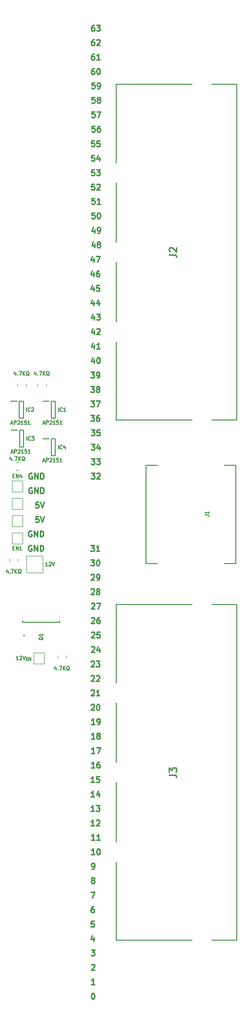
<source format=gto>
%TF.GenerationSoftware,KiCad,Pcbnew,8.0.5*%
%TF.CreationDate,2024-09-22T10:09:45+02:00*%
%TF.ProjectId,Pico Wide GPIO Connect,5069636f-2057-4696-9465-204750494f20,rev?*%
%TF.SameCoordinates,PX1c76608PY1287e58*%
%TF.FileFunction,Legend,Top*%
%TF.FilePolarity,Positive*%
%FSLAX46Y46*%
G04 Gerber Fmt 4.6, Leading zero omitted, Abs format (unit mm)*
G04 Created by KiCad (PCBNEW 8.0.5) date 2024-09-22 10:09:45*
%MOMM*%
%LPD*%
G01*
G04 APERTURE LIST*
%ADD10C,0.250000*%
%ADD11C,0.150000*%
%ADD12C,0.254000*%
%ADD13C,0.120000*%
%ADD14C,0.100000*%
%ADD15C,0.200000*%
%ADD16C,0.160000*%
G04 APERTURE END LIST*
D10*
X1517330Y-90919619D02*
X2136377Y-90919619D01*
X2136377Y-90919619D02*
X1803044Y-91300571D01*
X1803044Y-91300571D02*
X1945901Y-91300571D01*
X1945901Y-91300571D02*
X2041139Y-91348190D01*
X2041139Y-91348190D02*
X2088758Y-91395809D01*
X2088758Y-91395809D02*
X2136377Y-91491047D01*
X2136377Y-91491047D02*
X2136377Y-91729142D01*
X2136377Y-91729142D02*
X2088758Y-91824380D01*
X2088758Y-91824380D02*
X2041139Y-91872000D01*
X2041139Y-91872000D02*
X1945901Y-91919619D01*
X1945901Y-91919619D02*
X1660187Y-91919619D01*
X1660187Y-91919619D02*
X1564949Y-91872000D01*
X1564949Y-91872000D02*
X1517330Y-91824380D01*
X3088758Y-91919619D02*
X2517330Y-91919619D01*
X2803044Y-91919619D02*
X2803044Y-90919619D01*
X2803044Y-90919619D02*
X2707806Y-91062476D01*
X2707806Y-91062476D02*
X2612568Y-91157714D01*
X2612568Y-91157714D02*
X2517330Y-91205333D01*
X-8920188Y-88397238D02*
X-9015426Y-88349619D01*
X-9015426Y-88349619D02*
X-9158283Y-88349619D01*
X-9158283Y-88349619D02*
X-9301140Y-88397238D01*
X-9301140Y-88397238D02*
X-9396378Y-88492476D01*
X-9396378Y-88492476D02*
X-9443997Y-88587714D01*
X-9443997Y-88587714D02*
X-9491616Y-88778190D01*
X-9491616Y-88778190D02*
X-9491616Y-88921047D01*
X-9491616Y-88921047D02*
X-9443997Y-89111523D01*
X-9443997Y-89111523D02*
X-9396378Y-89206761D01*
X-9396378Y-89206761D02*
X-9301140Y-89302000D01*
X-9301140Y-89302000D02*
X-9158283Y-89349619D01*
X-9158283Y-89349619D02*
X-9063045Y-89349619D01*
X-9063045Y-89349619D02*
X-8920188Y-89302000D01*
X-8920188Y-89302000D02*
X-8872569Y-89254380D01*
X-8872569Y-89254380D02*
X-8872569Y-88921047D01*
X-8872569Y-88921047D02*
X-9063045Y-88921047D01*
X-8443997Y-89349619D02*
X-8443997Y-88349619D01*
X-8443997Y-88349619D02*
X-7872569Y-89349619D01*
X-7872569Y-89349619D02*
X-7872569Y-88349619D01*
X-7396378Y-89349619D02*
X-7396378Y-88349619D01*
X-7396378Y-88349619D02*
X-7158283Y-88349619D01*
X-7158283Y-88349619D02*
X-7015426Y-88397238D01*
X-7015426Y-88397238D02*
X-6920188Y-88492476D01*
X-6920188Y-88492476D02*
X-6872569Y-88587714D01*
X-6872569Y-88587714D02*
X-6824950Y-88778190D01*
X-6824950Y-88778190D02*
X-6824950Y-88921047D01*
X-6824950Y-88921047D02*
X-6872569Y-89111523D01*
X-6872569Y-89111523D02*
X-6920188Y-89206761D01*
X-6920188Y-89206761D02*
X-7015426Y-89302000D01*
X-7015426Y-89302000D02*
X-7158283Y-89349619D01*
X-7158283Y-89349619D02*
X-7396378Y-89349619D01*
X1577330Y-75649619D02*
X2196377Y-75649619D01*
X2196377Y-75649619D02*
X1863044Y-76030571D01*
X1863044Y-76030571D02*
X2005901Y-76030571D01*
X2005901Y-76030571D02*
X2101139Y-76078190D01*
X2101139Y-76078190D02*
X2148758Y-76125809D01*
X2148758Y-76125809D02*
X2196377Y-76221047D01*
X2196377Y-76221047D02*
X2196377Y-76459142D01*
X2196377Y-76459142D02*
X2148758Y-76554380D01*
X2148758Y-76554380D02*
X2101139Y-76602000D01*
X2101139Y-76602000D02*
X2005901Y-76649619D01*
X2005901Y-76649619D02*
X1720187Y-76649619D01*
X1720187Y-76649619D02*
X1624949Y-76602000D01*
X1624949Y-76602000D02*
X1577330Y-76554380D01*
X2529711Y-75649619D02*
X3148758Y-75649619D01*
X3148758Y-75649619D02*
X2815425Y-76030571D01*
X2815425Y-76030571D02*
X2958282Y-76030571D01*
X2958282Y-76030571D02*
X3053520Y-76078190D01*
X3053520Y-76078190D02*
X3101139Y-76125809D01*
X3101139Y-76125809D02*
X3148758Y-76221047D01*
X3148758Y-76221047D02*
X3148758Y-76459142D01*
X3148758Y-76459142D02*
X3101139Y-76554380D01*
X3101139Y-76554380D02*
X3053520Y-76602000D01*
X3053520Y-76602000D02*
X2958282Y-76649619D01*
X2958282Y-76649619D02*
X2672568Y-76649619D01*
X2672568Y-76649619D02*
X2577330Y-76602000D01*
X2577330Y-76602000D02*
X2529711Y-76554380D01*
X1517330Y-68059619D02*
X2136377Y-68059619D01*
X2136377Y-68059619D02*
X1803044Y-68440571D01*
X1803044Y-68440571D02*
X1945901Y-68440571D01*
X1945901Y-68440571D02*
X2041139Y-68488190D01*
X2041139Y-68488190D02*
X2088758Y-68535809D01*
X2088758Y-68535809D02*
X2136377Y-68631047D01*
X2136377Y-68631047D02*
X2136377Y-68869142D01*
X2136377Y-68869142D02*
X2088758Y-68964380D01*
X2088758Y-68964380D02*
X2041139Y-69012000D01*
X2041139Y-69012000D02*
X1945901Y-69059619D01*
X1945901Y-69059619D02*
X1660187Y-69059619D01*
X1660187Y-69059619D02*
X1564949Y-69012000D01*
X1564949Y-69012000D02*
X1517330Y-68964380D01*
X2993520Y-68059619D02*
X2803044Y-68059619D01*
X2803044Y-68059619D02*
X2707806Y-68107238D01*
X2707806Y-68107238D02*
X2660187Y-68154857D01*
X2660187Y-68154857D02*
X2564949Y-68297714D01*
X2564949Y-68297714D02*
X2517330Y-68488190D01*
X2517330Y-68488190D02*
X2517330Y-68869142D01*
X2517330Y-68869142D02*
X2564949Y-68964380D01*
X2564949Y-68964380D02*
X2612568Y-69012000D01*
X2612568Y-69012000D02*
X2707806Y-69059619D01*
X2707806Y-69059619D02*
X2898282Y-69059619D01*
X2898282Y-69059619D02*
X2993520Y-69012000D01*
X2993520Y-69012000D02*
X3041139Y-68964380D01*
X3041139Y-68964380D02*
X3088758Y-68869142D01*
X3088758Y-68869142D02*
X3088758Y-68631047D01*
X3088758Y-68631047D02*
X3041139Y-68535809D01*
X3041139Y-68535809D02*
X2993520Y-68488190D01*
X2993520Y-68488190D02*
X2898282Y-68440571D01*
X2898282Y-68440571D02*
X2707806Y-68440571D01*
X2707806Y-68440571D02*
X2612568Y-68488190D01*
X2612568Y-68488190D02*
X2564949Y-68535809D01*
X2564949Y-68535809D02*
X2517330Y-68631047D01*
D11*
X-11230494Y-111029963D02*
X-11593351Y-111029963D01*
X-11411923Y-111029963D02*
X-11411923Y-110394963D01*
X-11411923Y-110394963D02*
X-11472399Y-110485677D01*
X-11472399Y-110485677D02*
X-11532875Y-110546153D01*
X-11532875Y-110546153D02*
X-11593351Y-110576391D01*
X-10988589Y-110455439D02*
X-10958351Y-110425201D01*
X-10958351Y-110425201D02*
X-10897875Y-110394963D01*
X-10897875Y-110394963D02*
X-10746684Y-110394963D01*
X-10746684Y-110394963D02*
X-10686208Y-110425201D01*
X-10686208Y-110425201D02*
X-10655970Y-110455439D01*
X-10655970Y-110455439D02*
X-10625732Y-110515915D01*
X-10625732Y-110515915D02*
X-10625732Y-110576391D01*
X-10625732Y-110576391D02*
X-10655970Y-110667105D01*
X-10655970Y-110667105D02*
X-11018827Y-111029963D01*
X-11018827Y-111029963D02*
X-10625732Y-111029963D01*
X-10444303Y-110394963D02*
X-10232637Y-111029963D01*
X-10232637Y-111029963D02*
X-10020970Y-110394963D01*
X-9839541Y-110834020D02*
X-9670208Y-110834020D01*
X-9597636Y-111100115D02*
X-9839541Y-111100115D01*
X-9839541Y-111100115D02*
X-9839541Y-110592115D01*
X-9839541Y-110592115D02*
X-9597636Y-110592115D01*
X-9379922Y-111100115D02*
X-9379922Y-110592115D01*
X-9379922Y-110592115D02*
X-9089636Y-111100115D01*
X-9089636Y-111100115D02*
X-9089636Y-110592115D01*
D10*
X1577330Y-73109619D02*
X2196377Y-73109619D01*
X2196377Y-73109619D02*
X1863044Y-73490571D01*
X1863044Y-73490571D02*
X2005901Y-73490571D01*
X2005901Y-73490571D02*
X2101139Y-73538190D01*
X2101139Y-73538190D02*
X2148758Y-73585809D01*
X2148758Y-73585809D02*
X2196377Y-73681047D01*
X2196377Y-73681047D02*
X2196377Y-73919142D01*
X2196377Y-73919142D02*
X2148758Y-74014380D01*
X2148758Y-74014380D02*
X2101139Y-74062000D01*
X2101139Y-74062000D02*
X2005901Y-74109619D01*
X2005901Y-74109619D02*
X1720187Y-74109619D01*
X1720187Y-74109619D02*
X1624949Y-74062000D01*
X1624949Y-74062000D02*
X1577330Y-74014380D01*
X3053520Y-73442952D02*
X3053520Y-74109619D01*
X2815425Y-73062000D02*
X2577330Y-73776285D01*
X2577330Y-73776285D02*
X3196377Y-73776285D01*
X1624949Y-108764857D02*
X1672568Y-108717238D01*
X1672568Y-108717238D02*
X1767806Y-108669619D01*
X1767806Y-108669619D02*
X2005901Y-108669619D01*
X2005901Y-108669619D02*
X2101139Y-108717238D01*
X2101139Y-108717238D02*
X2148758Y-108764857D01*
X2148758Y-108764857D02*
X2196377Y-108860095D01*
X2196377Y-108860095D02*
X2196377Y-108955333D01*
X2196377Y-108955333D02*
X2148758Y-109098190D01*
X2148758Y-109098190D02*
X1577330Y-109669619D01*
X1577330Y-109669619D02*
X2196377Y-109669619D01*
X3053520Y-109002952D02*
X3053520Y-109669619D01*
X2815425Y-108622000D02*
X2577330Y-109336285D01*
X2577330Y-109336285D02*
X3196377Y-109336285D01*
X-8860188Y-80807238D02*
X-8955426Y-80759619D01*
X-8955426Y-80759619D02*
X-9098283Y-80759619D01*
X-9098283Y-80759619D02*
X-9241140Y-80807238D01*
X-9241140Y-80807238D02*
X-9336378Y-80902476D01*
X-9336378Y-80902476D02*
X-9383997Y-80997714D01*
X-9383997Y-80997714D02*
X-9431616Y-81188190D01*
X-9431616Y-81188190D02*
X-9431616Y-81331047D01*
X-9431616Y-81331047D02*
X-9383997Y-81521523D01*
X-9383997Y-81521523D02*
X-9336378Y-81616761D01*
X-9336378Y-81616761D02*
X-9241140Y-81712000D01*
X-9241140Y-81712000D02*
X-9098283Y-81759619D01*
X-9098283Y-81759619D02*
X-9003045Y-81759619D01*
X-9003045Y-81759619D02*
X-8860188Y-81712000D01*
X-8860188Y-81712000D02*
X-8812569Y-81664380D01*
X-8812569Y-81664380D02*
X-8812569Y-81331047D01*
X-8812569Y-81331047D02*
X-9003045Y-81331047D01*
X-8383997Y-81759619D02*
X-8383997Y-80759619D01*
X-8383997Y-80759619D02*
X-7812569Y-81759619D01*
X-7812569Y-81759619D02*
X-7812569Y-80759619D01*
X-7336378Y-81759619D02*
X-7336378Y-80759619D01*
X-7336378Y-80759619D02*
X-7098283Y-80759619D01*
X-7098283Y-80759619D02*
X-6955426Y-80807238D01*
X-6955426Y-80807238D02*
X-6860188Y-80902476D01*
X-6860188Y-80902476D02*
X-6812569Y-80997714D01*
X-6812569Y-80997714D02*
X-6764950Y-81188190D01*
X-6764950Y-81188190D02*
X-6764950Y-81331047D01*
X-6764950Y-81331047D02*
X-6812569Y-81521523D01*
X-6812569Y-81521523D02*
X-6860188Y-81616761D01*
X-6860188Y-81616761D02*
X-6955426Y-81712000D01*
X-6955426Y-81712000D02*
X-7098283Y-81759619D01*
X-7098283Y-81759619D02*
X-7336378Y-81759619D01*
X1577330Y-78189619D02*
X2196377Y-78189619D01*
X2196377Y-78189619D02*
X1863044Y-78570571D01*
X1863044Y-78570571D02*
X2005901Y-78570571D01*
X2005901Y-78570571D02*
X2101139Y-78618190D01*
X2101139Y-78618190D02*
X2148758Y-78665809D01*
X2148758Y-78665809D02*
X2196377Y-78761047D01*
X2196377Y-78761047D02*
X2196377Y-78999142D01*
X2196377Y-78999142D02*
X2148758Y-79094380D01*
X2148758Y-79094380D02*
X2101139Y-79142000D01*
X2101139Y-79142000D02*
X2005901Y-79189619D01*
X2005901Y-79189619D02*
X1720187Y-79189619D01*
X1720187Y-79189619D02*
X1624949Y-79142000D01*
X1624949Y-79142000D02*
X1577330Y-79094380D01*
X2577330Y-78284857D02*
X2624949Y-78237238D01*
X2624949Y-78237238D02*
X2720187Y-78189619D01*
X2720187Y-78189619D02*
X2958282Y-78189619D01*
X2958282Y-78189619D02*
X3053520Y-78237238D01*
X3053520Y-78237238D02*
X3101139Y-78284857D01*
X3101139Y-78284857D02*
X3148758Y-78380095D01*
X3148758Y-78380095D02*
X3148758Y-78475333D01*
X3148758Y-78475333D02*
X3101139Y-78618190D01*
X3101139Y-78618190D02*
X2529711Y-79189619D01*
X2529711Y-79189619D02*
X3148758Y-79189619D01*
X2196377Y-127449619D02*
X1624949Y-127449619D01*
X1910663Y-127449619D02*
X1910663Y-126449619D01*
X1910663Y-126449619D02*
X1815425Y-126592476D01*
X1815425Y-126592476D02*
X1720187Y-126687714D01*
X1720187Y-126687714D02*
X1624949Y-126735333D01*
X2529711Y-126449619D02*
X3196377Y-126449619D01*
X3196377Y-126449619D02*
X2767806Y-127449619D01*
X2208758Y-14659619D02*
X1732568Y-14659619D01*
X1732568Y-14659619D02*
X1684949Y-15135809D01*
X1684949Y-15135809D02*
X1732568Y-15088190D01*
X1732568Y-15088190D02*
X1827806Y-15040571D01*
X1827806Y-15040571D02*
X2065901Y-15040571D01*
X2065901Y-15040571D02*
X2161139Y-15088190D01*
X2161139Y-15088190D02*
X2208758Y-15135809D01*
X2208758Y-15135809D02*
X2256377Y-15231047D01*
X2256377Y-15231047D02*
X2256377Y-15469142D01*
X2256377Y-15469142D02*
X2208758Y-15564380D01*
X2208758Y-15564380D02*
X2161139Y-15612000D01*
X2161139Y-15612000D02*
X2065901Y-15659619D01*
X2065901Y-15659619D02*
X1827806Y-15659619D01*
X1827806Y-15659619D02*
X1732568Y-15612000D01*
X1732568Y-15612000D02*
X1684949Y-15564380D01*
X2589711Y-14659619D02*
X3256377Y-14659619D01*
X3256377Y-14659619D02*
X2827806Y-15659619D01*
X2041139Y-48072952D02*
X2041139Y-48739619D01*
X1803044Y-47692000D02*
X1564949Y-48406285D01*
X1564949Y-48406285D02*
X2183996Y-48406285D01*
X2993520Y-48072952D02*
X2993520Y-48739619D01*
X2755425Y-47692000D02*
X2517330Y-48406285D01*
X2517330Y-48406285D02*
X3136377Y-48406285D01*
X2196377Y-142689619D02*
X1624949Y-142689619D01*
X1910663Y-142689619D02*
X1910663Y-141689619D01*
X1910663Y-141689619D02*
X1815425Y-141832476D01*
X1815425Y-141832476D02*
X1720187Y-141927714D01*
X1720187Y-141927714D02*
X1624949Y-141975333D01*
X3148758Y-142689619D02*
X2577330Y-142689619D01*
X2863044Y-142689619D02*
X2863044Y-141689619D01*
X2863044Y-141689619D02*
X2767806Y-141832476D01*
X2767806Y-141832476D02*
X2672568Y-141927714D01*
X2672568Y-141927714D02*
X2577330Y-141975333D01*
X2208758Y-9579619D02*
X1732568Y-9579619D01*
X1732568Y-9579619D02*
X1684949Y-10055809D01*
X1684949Y-10055809D02*
X1732568Y-10008190D01*
X1732568Y-10008190D02*
X1827806Y-9960571D01*
X1827806Y-9960571D02*
X2065901Y-9960571D01*
X2065901Y-9960571D02*
X2161139Y-10008190D01*
X2161139Y-10008190D02*
X2208758Y-10055809D01*
X2208758Y-10055809D02*
X2256377Y-10151047D01*
X2256377Y-10151047D02*
X2256377Y-10389142D01*
X2256377Y-10389142D02*
X2208758Y-10484380D01*
X2208758Y-10484380D02*
X2161139Y-10532000D01*
X2161139Y-10532000D02*
X2065901Y-10579619D01*
X2065901Y-10579619D02*
X1827806Y-10579619D01*
X1827806Y-10579619D02*
X1732568Y-10532000D01*
X1732568Y-10532000D02*
X1684949Y-10484380D01*
X2732568Y-10579619D02*
X2923044Y-10579619D01*
X2923044Y-10579619D02*
X3018282Y-10532000D01*
X3018282Y-10532000D02*
X3065901Y-10484380D01*
X3065901Y-10484380D02*
X3161139Y-10341523D01*
X3161139Y-10341523D02*
X3208758Y-10151047D01*
X3208758Y-10151047D02*
X3208758Y-9770095D01*
X3208758Y-9770095D02*
X3161139Y-9674857D01*
X3161139Y-9674857D02*
X3113520Y-9627238D01*
X3113520Y-9627238D02*
X3018282Y-9579619D01*
X3018282Y-9579619D02*
X2827806Y-9579619D01*
X2827806Y-9579619D02*
X2732568Y-9627238D01*
X2732568Y-9627238D02*
X2684949Y-9674857D01*
X2684949Y-9674857D02*
X2637330Y-9770095D01*
X2637330Y-9770095D02*
X2637330Y-10008190D01*
X2637330Y-10008190D02*
X2684949Y-10103428D01*
X2684949Y-10103428D02*
X2732568Y-10151047D01*
X2732568Y-10151047D02*
X2827806Y-10198666D01*
X2827806Y-10198666D02*
X3018282Y-10198666D01*
X3018282Y-10198666D02*
X3113520Y-10151047D01*
X3113520Y-10151047D02*
X3161139Y-10103428D01*
X3161139Y-10103428D02*
X3208758Y-10008190D01*
X2208758Y-32439619D02*
X1732568Y-32439619D01*
X1732568Y-32439619D02*
X1684949Y-32915809D01*
X1684949Y-32915809D02*
X1732568Y-32868190D01*
X1732568Y-32868190D02*
X1827806Y-32820571D01*
X1827806Y-32820571D02*
X2065901Y-32820571D01*
X2065901Y-32820571D02*
X2161139Y-32868190D01*
X2161139Y-32868190D02*
X2208758Y-32915809D01*
X2208758Y-32915809D02*
X2256377Y-33011047D01*
X2256377Y-33011047D02*
X2256377Y-33249142D01*
X2256377Y-33249142D02*
X2208758Y-33344380D01*
X2208758Y-33344380D02*
X2161139Y-33392000D01*
X2161139Y-33392000D02*
X2065901Y-33439619D01*
X2065901Y-33439619D02*
X1827806Y-33439619D01*
X1827806Y-33439619D02*
X1732568Y-33392000D01*
X1732568Y-33392000D02*
X1684949Y-33344380D01*
X2875425Y-32439619D02*
X2970663Y-32439619D01*
X2970663Y-32439619D02*
X3065901Y-32487238D01*
X3065901Y-32487238D02*
X3113520Y-32534857D01*
X3113520Y-32534857D02*
X3161139Y-32630095D01*
X3161139Y-32630095D02*
X3208758Y-32820571D01*
X3208758Y-32820571D02*
X3208758Y-33058666D01*
X3208758Y-33058666D02*
X3161139Y-33249142D01*
X3161139Y-33249142D02*
X3113520Y-33344380D01*
X3113520Y-33344380D02*
X3065901Y-33392000D01*
X3065901Y-33392000D02*
X2970663Y-33439619D01*
X2970663Y-33439619D02*
X2875425Y-33439619D01*
X2875425Y-33439619D02*
X2780187Y-33392000D01*
X2780187Y-33392000D02*
X2732568Y-33344380D01*
X2732568Y-33344380D02*
X2684949Y-33249142D01*
X2684949Y-33249142D02*
X2637330Y-33058666D01*
X2637330Y-33058666D02*
X2637330Y-32820571D01*
X2637330Y-32820571D02*
X2684949Y-32630095D01*
X2684949Y-32630095D02*
X2732568Y-32534857D01*
X2732568Y-32534857D02*
X2780187Y-32487238D01*
X2780187Y-32487238D02*
X2875425Y-32439619D01*
X2101139Y-1989619D02*
X1910663Y-1989619D01*
X1910663Y-1989619D02*
X1815425Y-2037238D01*
X1815425Y-2037238D02*
X1767806Y-2084857D01*
X1767806Y-2084857D02*
X1672568Y-2227714D01*
X1672568Y-2227714D02*
X1624949Y-2418190D01*
X1624949Y-2418190D02*
X1624949Y-2799142D01*
X1624949Y-2799142D02*
X1672568Y-2894380D01*
X1672568Y-2894380D02*
X1720187Y-2942000D01*
X1720187Y-2942000D02*
X1815425Y-2989619D01*
X1815425Y-2989619D02*
X2005901Y-2989619D01*
X2005901Y-2989619D02*
X2101139Y-2942000D01*
X2101139Y-2942000D02*
X2148758Y-2894380D01*
X2148758Y-2894380D02*
X2196377Y-2799142D01*
X2196377Y-2799142D02*
X2196377Y-2561047D01*
X2196377Y-2561047D02*
X2148758Y-2465809D01*
X2148758Y-2465809D02*
X2101139Y-2418190D01*
X2101139Y-2418190D02*
X2005901Y-2370571D01*
X2005901Y-2370571D02*
X1815425Y-2370571D01*
X1815425Y-2370571D02*
X1720187Y-2418190D01*
X1720187Y-2418190D02*
X1672568Y-2465809D01*
X1672568Y-2465809D02*
X1624949Y-2561047D01*
X2577330Y-2084857D02*
X2624949Y-2037238D01*
X2624949Y-2037238D02*
X2720187Y-1989619D01*
X2720187Y-1989619D02*
X2958282Y-1989619D01*
X2958282Y-1989619D02*
X3053520Y-2037238D01*
X3053520Y-2037238D02*
X3101139Y-2084857D01*
X3101139Y-2084857D02*
X3148758Y-2180095D01*
X3148758Y-2180095D02*
X3148758Y-2275333D01*
X3148758Y-2275333D02*
X3101139Y-2418190D01*
X3101139Y-2418190D02*
X2529711Y-2989619D01*
X2529711Y-2989619D02*
X3148758Y-2989619D01*
X2101139Y-50582952D02*
X2101139Y-51249619D01*
X1863044Y-50202000D02*
X1624949Y-50916285D01*
X1624949Y-50916285D02*
X2243996Y-50916285D01*
X2529711Y-50249619D02*
X3148758Y-50249619D01*
X3148758Y-50249619D02*
X2815425Y-50630571D01*
X2815425Y-50630571D02*
X2958282Y-50630571D01*
X2958282Y-50630571D02*
X3053520Y-50678190D01*
X3053520Y-50678190D02*
X3101139Y-50725809D01*
X3101139Y-50725809D02*
X3148758Y-50821047D01*
X3148758Y-50821047D02*
X3148758Y-51059142D01*
X3148758Y-51059142D02*
X3101139Y-51154380D01*
X3101139Y-51154380D02*
X3053520Y-51202000D01*
X3053520Y-51202000D02*
X2958282Y-51249619D01*
X2958282Y-51249619D02*
X2672568Y-51249619D01*
X2672568Y-51249619D02*
X2577330Y-51202000D01*
X2577330Y-51202000D02*
X2529711Y-51154380D01*
X2196377Y-124909619D02*
X1624949Y-124909619D01*
X1910663Y-124909619D02*
X1910663Y-123909619D01*
X1910663Y-123909619D02*
X1815425Y-124052476D01*
X1815425Y-124052476D02*
X1720187Y-124147714D01*
X1720187Y-124147714D02*
X1624949Y-124195333D01*
X2767806Y-124338190D02*
X2672568Y-124290571D01*
X2672568Y-124290571D02*
X2624949Y-124242952D01*
X2624949Y-124242952D02*
X2577330Y-124147714D01*
X2577330Y-124147714D02*
X2577330Y-124100095D01*
X2577330Y-124100095D02*
X2624949Y-124004857D01*
X2624949Y-124004857D02*
X2672568Y-123957238D01*
X2672568Y-123957238D02*
X2767806Y-123909619D01*
X2767806Y-123909619D02*
X2958282Y-123909619D01*
X2958282Y-123909619D02*
X3053520Y-123957238D01*
X3053520Y-123957238D02*
X3101139Y-124004857D01*
X3101139Y-124004857D02*
X3148758Y-124100095D01*
X3148758Y-124100095D02*
X3148758Y-124147714D01*
X3148758Y-124147714D02*
X3101139Y-124242952D01*
X3101139Y-124242952D02*
X3053520Y-124290571D01*
X3053520Y-124290571D02*
X2958282Y-124338190D01*
X2958282Y-124338190D02*
X2767806Y-124338190D01*
X2767806Y-124338190D02*
X2672568Y-124385809D01*
X2672568Y-124385809D02*
X2624949Y-124433428D01*
X2624949Y-124433428D02*
X2577330Y-124528666D01*
X2577330Y-124528666D02*
X2577330Y-124719142D01*
X2577330Y-124719142D02*
X2624949Y-124814380D01*
X2624949Y-124814380D02*
X2672568Y-124862000D01*
X2672568Y-124862000D02*
X2767806Y-124909619D01*
X2767806Y-124909619D02*
X2958282Y-124909619D01*
X2958282Y-124909619D02*
X3053520Y-124862000D01*
X3053520Y-124862000D02*
X3101139Y-124814380D01*
X3101139Y-124814380D02*
X3148758Y-124719142D01*
X3148758Y-124719142D02*
X3148758Y-124528666D01*
X3148758Y-124528666D02*
X3101139Y-124433428D01*
X3101139Y-124433428D02*
X3053520Y-124385809D01*
X3053520Y-124385809D02*
X2958282Y-124338190D01*
X2196377Y-129989619D02*
X1624949Y-129989619D01*
X1910663Y-129989619D02*
X1910663Y-128989619D01*
X1910663Y-128989619D02*
X1815425Y-129132476D01*
X1815425Y-129132476D02*
X1720187Y-129227714D01*
X1720187Y-129227714D02*
X1624949Y-129275333D01*
X3053520Y-128989619D02*
X2863044Y-128989619D01*
X2863044Y-128989619D02*
X2767806Y-129037238D01*
X2767806Y-129037238D02*
X2720187Y-129084857D01*
X2720187Y-129084857D02*
X2624949Y-129227714D01*
X2624949Y-129227714D02*
X2577330Y-129418190D01*
X2577330Y-129418190D02*
X2577330Y-129799142D01*
X2577330Y-129799142D02*
X2624949Y-129894380D01*
X2624949Y-129894380D02*
X2672568Y-129942000D01*
X2672568Y-129942000D02*
X2767806Y-129989619D01*
X2767806Y-129989619D02*
X2958282Y-129989619D01*
X2958282Y-129989619D02*
X3053520Y-129942000D01*
X3053520Y-129942000D02*
X3101139Y-129894380D01*
X3101139Y-129894380D02*
X3148758Y-129799142D01*
X3148758Y-129799142D02*
X3148758Y-129561047D01*
X3148758Y-129561047D02*
X3101139Y-129465809D01*
X3101139Y-129465809D02*
X3053520Y-129418190D01*
X3053520Y-129418190D02*
X2958282Y-129370571D01*
X2958282Y-129370571D02*
X2767806Y-129370571D01*
X2767806Y-129370571D02*
X2672568Y-129418190D01*
X2672568Y-129418190D02*
X2624949Y-129465809D01*
X2624949Y-129465809D02*
X2577330Y-129561047D01*
X2208758Y-29899619D02*
X1732568Y-29899619D01*
X1732568Y-29899619D02*
X1684949Y-30375809D01*
X1684949Y-30375809D02*
X1732568Y-30328190D01*
X1732568Y-30328190D02*
X1827806Y-30280571D01*
X1827806Y-30280571D02*
X2065901Y-30280571D01*
X2065901Y-30280571D02*
X2161139Y-30328190D01*
X2161139Y-30328190D02*
X2208758Y-30375809D01*
X2208758Y-30375809D02*
X2256377Y-30471047D01*
X2256377Y-30471047D02*
X2256377Y-30709142D01*
X2256377Y-30709142D02*
X2208758Y-30804380D01*
X2208758Y-30804380D02*
X2161139Y-30852000D01*
X2161139Y-30852000D02*
X2065901Y-30899619D01*
X2065901Y-30899619D02*
X1827806Y-30899619D01*
X1827806Y-30899619D02*
X1732568Y-30852000D01*
X1732568Y-30852000D02*
X1684949Y-30804380D01*
X3208758Y-30899619D02*
X2637330Y-30899619D01*
X2923044Y-30899619D02*
X2923044Y-29899619D01*
X2923044Y-29899619D02*
X2827806Y-30042476D01*
X2827806Y-30042476D02*
X2732568Y-30137714D01*
X2732568Y-30137714D02*
X2637330Y-30185333D01*
X2136377Y-140179619D02*
X1564949Y-140179619D01*
X1850663Y-140179619D02*
X1850663Y-139179619D01*
X1850663Y-139179619D02*
X1755425Y-139322476D01*
X1755425Y-139322476D02*
X1660187Y-139417714D01*
X1660187Y-139417714D02*
X1564949Y-139465333D01*
X2517330Y-139274857D02*
X2564949Y-139227238D01*
X2564949Y-139227238D02*
X2660187Y-139179619D01*
X2660187Y-139179619D02*
X2898282Y-139179619D01*
X2898282Y-139179619D02*
X2993520Y-139227238D01*
X2993520Y-139227238D02*
X3041139Y-139274857D01*
X3041139Y-139274857D02*
X3088758Y-139370095D01*
X3088758Y-139370095D02*
X3088758Y-139465333D01*
X3088758Y-139465333D02*
X3041139Y-139608190D01*
X3041139Y-139608190D02*
X2469711Y-140179619D01*
X2469711Y-140179619D02*
X3088758Y-140179619D01*
X1564949Y-116414857D02*
X1612568Y-116367238D01*
X1612568Y-116367238D02*
X1707806Y-116319619D01*
X1707806Y-116319619D02*
X1945901Y-116319619D01*
X1945901Y-116319619D02*
X2041139Y-116367238D01*
X2041139Y-116367238D02*
X2088758Y-116414857D01*
X2088758Y-116414857D02*
X2136377Y-116510095D01*
X2136377Y-116510095D02*
X2136377Y-116605333D01*
X2136377Y-116605333D02*
X2088758Y-116748190D01*
X2088758Y-116748190D02*
X1517330Y-117319619D01*
X1517330Y-117319619D02*
X2136377Y-117319619D01*
X3088758Y-117319619D02*
X2517330Y-117319619D01*
X2803044Y-117319619D02*
X2803044Y-116319619D01*
X2803044Y-116319619D02*
X2707806Y-116462476D01*
X2707806Y-116462476D02*
X2612568Y-116557714D01*
X2612568Y-116557714D02*
X2517330Y-116605333D01*
X2136377Y-137639619D02*
X1564949Y-137639619D01*
X1850663Y-137639619D02*
X1850663Y-136639619D01*
X1850663Y-136639619D02*
X1755425Y-136782476D01*
X1755425Y-136782476D02*
X1660187Y-136877714D01*
X1660187Y-136877714D02*
X1564949Y-136925333D01*
X2469711Y-136639619D02*
X3088758Y-136639619D01*
X3088758Y-136639619D02*
X2755425Y-137020571D01*
X2755425Y-137020571D02*
X2898282Y-137020571D01*
X2898282Y-137020571D02*
X2993520Y-137068190D01*
X2993520Y-137068190D02*
X3041139Y-137115809D01*
X3041139Y-137115809D02*
X3088758Y-137211047D01*
X3088758Y-137211047D02*
X3088758Y-137449142D01*
X3088758Y-137449142D02*
X3041139Y-137544380D01*
X3041139Y-137544380D02*
X2993520Y-137592000D01*
X2993520Y-137592000D02*
X2898282Y-137639619D01*
X2898282Y-137639619D02*
X2612568Y-137639619D01*
X2612568Y-137639619D02*
X2517330Y-137592000D01*
X2517330Y-137592000D02*
X2469711Y-137544380D01*
X1564949Y-111334857D02*
X1612568Y-111287238D01*
X1612568Y-111287238D02*
X1707806Y-111239619D01*
X1707806Y-111239619D02*
X1945901Y-111239619D01*
X1945901Y-111239619D02*
X2041139Y-111287238D01*
X2041139Y-111287238D02*
X2088758Y-111334857D01*
X2088758Y-111334857D02*
X2136377Y-111430095D01*
X2136377Y-111430095D02*
X2136377Y-111525333D01*
X2136377Y-111525333D02*
X2088758Y-111668190D01*
X2088758Y-111668190D02*
X1517330Y-112239619D01*
X1517330Y-112239619D02*
X2136377Y-112239619D01*
X2469711Y-111239619D02*
X3088758Y-111239619D01*
X3088758Y-111239619D02*
X2755425Y-111620571D01*
X2755425Y-111620571D02*
X2898282Y-111620571D01*
X2898282Y-111620571D02*
X2993520Y-111668190D01*
X2993520Y-111668190D02*
X3041139Y-111715809D01*
X3041139Y-111715809D02*
X3088758Y-111811047D01*
X3088758Y-111811047D02*
X3088758Y-112049142D01*
X3088758Y-112049142D02*
X3041139Y-112144380D01*
X3041139Y-112144380D02*
X2993520Y-112192000D01*
X2993520Y-112192000D02*
X2898282Y-112239619D01*
X2898282Y-112239619D02*
X2612568Y-112239619D01*
X2612568Y-112239619D02*
X2517330Y-112192000D01*
X2517330Y-112192000D02*
X2469711Y-112144380D01*
X1517330Y-93459619D02*
X2136377Y-93459619D01*
X2136377Y-93459619D02*
X1803044Y-93840571D01*
X1803044Y-93840571D02*
X1945901Y-93840571D01*
X1945901Y-93840571D02*
X2041139Y-93888190D01*
X2041139Y-93888190D02*
X2088758Y-93935809D01*
X2088758Y-93935809D02*
X2136377Y-94031047D01*
X2136377Y-94031047D02*
X2136377Y-94269142D01*
X2136377Y-94269142D02*
X2088758Y-94364380D01*
X2088758Y-94364380D02*
X2041139Y-94412000D01*
X2041139Y-94412000D02*
X1945901Y-94459619D01*
X1945901Y-94459619D02*
X1660187Y-94459619D01*
X1660187Y-94459619D02*
X1564949Y-94412000D01*
X1564949Y-94412000D02*
X1517330Y-94364380D01*
X2755425Y-93459619D02*
X2850663Y-93459619D01*
X2850663Y-93459619D02*
X2945901Y-93507238D01*
X2945901Y-93507238D02*
X2993520Y-93554857D01*
X2993520Y-93554857D02*
X3041139Y-93650095D01*
X3041139Y-93650095D02*
X3088758Y-93840571D01*
X3088758Y-93840571D02*
X3088758Y-94078666D01*
X3088758Y-94078666D02*
X3041139Y-94269142D01*
X3041139Y-94269142D02*
X2993520Y-94364380D01*
X2993520Y-94364380D02*
X2945901Y-94412000D01*
X2945901Y-94412000D02*
X2850663Y-94459619D01*
X2850663Y-94459619D02*
X2755425Y-94459619D01*
X2755425Y-94459619D02*
X2660187Y-94412000D01*
X2660187Y-94412000D02*
X2612568Y-94364380D01*
X2612568Y-94364380D02*
X2564949Y-94269142D01*
X2564949Y-94269142D02*
X2517330Y-94078666D01*
X2517330Y-94078666D02*
X2517330Y-93840571D01*
X2517330Y-93840571D02*
X2564949Y-93650095D01*
X2564949Y-93650095D02*
X2612568Y-93554857D01*
X2612568Y-93554857D02*
X2660187Y-93507238D01*
X2660187Y-93507238D02*
X2755425Y-93459619D01*
X2041139Y-154419619D02*
X1850663Y-154419619D01*
X1850663Y-154419619D02*
X1755425Y-154467238D01*
X1755425Y-154467238D02*
X1707806Y-154514857D01*
X1707806Y-154514857D02*
X1612568Y-154657714D01*
X1612568Y-154657714D02*
X1564949Y-154848190D01*
X1564949Y-154848190D02*
X1564949Y-155229142D01*
X1564949Y-155229142D02*
X1612568Y-155324380D01*
X1612568Y-155324380D02*
X1660187Y-155372000D01*
X1660187Y-155372000D02*
X1755425Y-155419619D01*
X1755425Y-155419619D02*
X1945901Y-155419619D01*
X1945901Y-155419619D02*
X2041139Y-155372000D01*
X2041139Y-155372000D02*
X2088758Y-155324380D01*
X2088758Y-155324380D02*
X2136377Y-155229142D01*
X2136377Y-155229142D02*
X2136377Y-154991047D01*
X2136377Y-154991047D02*
X2088758Y-154895809D01*
X2088758Y-154895809D02*
X2041139Y-154848190D01*
X2041139Y-154848190D02*
X1945901Y-154800571D01*
X1945901Y-154800571D02*
X1755425Y-154800571D01*
X1755425Y-154800571D02*
X1660187Y-154848190D01*
X1660187Y-154848190D02*
X1612568Y-154895809D01*
X1612568Y-154895809D02*
X1564949Y-154991047D01*
X2101139Y-4529619D02*
X1910663Y-4529619D01*
X1910663Y-4529619D02*
X1815425Y-4577238D01*
X1815425Y-4577238D02*
X1767806Y-4624857D01*
X1767806Y-4624857D02*
X1672568Y-4767714D01*
X1672568Y-4767714D02*
X1624949Y-4958190D01*
X1624949Y-4958190D02*
X1624949Y-5339142D01*
X1624949Y-5339142D02*
X1672568Y-5434380D01*
X1672568Y-5434380D02*
X1720187Y-5482000D01*
X1720187Y-5482000D02*
X1815425Y-5529619D01*
X1815425Y-5529619D02*
X2005901Y-5529619D01*
X2005901Y-5529619D02*
X2101139Y-5482000D01*
X2101139Y-5482000D02*
X2148758Y-5434380D01*
X2148758Y-5434380D02*
X2196377Y-5339142D01*
X2196377Y-5339142D02*
X2196377Y-5101047D01*
X2196377Y-5101047D02*
X2148758Y-5005809D01*
X2148758Y-5005809D02*
X2101139Y-4958190D01*
X2101139Y-4958190D02*
X2005901Y-4910571D01*
X2005901Y-4910571D02*
X1815425Y-4910571D01*
X1815425Y-4910571D02*
X1720187Y-4958190D01*
X1720187Y-4958190D02*
X1672568Y-5005809D01*
X1672568Y-5005809D02*
X1624949Y-5101047D01*
X3148758Y-5529619D02*
X2577330Y-5529619D01*
X2863044Y-5529619D02*
X2863044Y-4529619D01*
X2863044Y-4529619D02*
X2767806Y-4672476D01*
X2767806Y-4672476D02*
X2672568Y-4767714D01*
X2672568Y-4767714D02*
X2577330Y-4815333D01*
X1577330Y-70569619D02*
X2196377Y-70569619D01*
X2196377Y-70569619D02*
X1863044Y-70950571D01*
X1863044Y-70950571D02*
X2005901Y-70950571D01*
X2005901Y-70950571D02*
X2101139Y-70998190D01*
X2101139Y-70998190D02*
X2148758Y-71045809D01*
X2148758Y-71045809D02*
X2196377Y-71141047D01*
X2196377Y-71141047D02*
X2196377Y-71379142D01*
X2196377Y-71379142D02*
X2148758Y-71474380D01*
X2148758Y-71474380D02*
X2101139Y-71522000D01*
X2101139Y-71522000D02*
X2005901Y-71569619D01*
X2005901Y-71569619D02*
X1720187Y-71569619D01*
X1720187Y-71569619D02*
X1624949Y-71522000D01*
X1624949Y-71522000D02*
X1577330Y-71474380D01*
X3101139Y-70569619D02*
X2624949Y-70569619D01*
X2624949Y-70569619D02*
X2577330Y-71045809D01*
X2577330Y-71045809D02*
X2624949Y-70998190D01*
X2624949Y-70998190D02*
X2720187Y-70950571D01*
X2720187Y-70950571D02*
X2958282Y-70950571D01*
X2958282Y-70950571D02*
X3053520Y-70998190D01*
X3053520Y-70998190D02*
X3101139Y-71045809D01*
X3101139Y-71045809D02*
X3148758Y-71141047D01*
X3148758Y-71141047D02*
X3148758Y-71379142D01*
X3148758Y-71379142D02*
X3101139Y-71474380D01*
X3101139Y-71474380D02*
X3053520Y-71522000D01*
X3053520Y-71522000D02*
X2958282Y-71569619D01*
X2958282Y-71569619D02*
X2720187Y-71569619D01*
X2720187Y-71569619D02*
X2624949Y-71522000D01*
X2624949Y-71522000D02*
X2577330Y-71474380D01*
X2208758Y-12119619D02*
X1732568Y-12119619D01*
X1732568Y-12119619D02*
X1684949Y-12595809D01*
X1684949Y-12595809D02*
X1732568Y-12548190D01*
X1732568Y-12548190D02*
X1827806Y-12500571D01*
X1827806Y-12500571D02*
X2065901Y-12500571D01*
X2065901Y-12500571D02*
X2161139Y-12548190D01*
X2161139Y-12548190D02*
X2208758Y-12595809D01*
X2208758Y-12595809D02*
X2256377Y-12691047D01*
X2256377Y-12691047D02*
X2256377Y-12929142D01*
X2256377Y-12929142D02*
X2208758Y-13024380D01*
X2208758Y-13024380D02*
X2161139Y-13072000D01*
X2161139Y-13072000D02*
X2065901Y-13119619D01*
X2065901Y-13119619D02*
X1827806Y-13119619D01*
X1827806Y-13119619D02*
X1732568Y-13072000D01*
X1732568Y-13072000D02*
X1684949Y-13024380D01*
X2827806Y-12548190D02*
X2732568Y-12500571D01*
X2732568Y-12500571D02*
X2684949Y-12452952D01*
X2684949Y-12452952D02*
X2637330Y-12357714D01*
X2637330Y-12357714D02*
X2637330Y-12310095D01*
X2637330Y-12310095D02*
X2684949Y-12214857D01*
X2684949Y-12214857D02*
X2732568Y-12167238D01*
X2732568Y-12167238D02*
X2827806Y-12119619D01*
X2827806Y-12119619D02*
X3018282Y-12119619D01*
X3018282Y-12119619D02*
X3113520Y-12167238D01*
X3113520Y-12167238D02*
X3161139Y-12214857D01*
X3161139Y-12214857D02*
X3208758Y-12310095D01*
X3208758Y-12310095D02*
X3208758Y-12357714D01*
X3208758Y-12357714D02*
X3161139Y-12452952D01*
X3161139Y-12452952D02*
X3113520Y-12500571D01*
X3113520Y-12500571D02*
X3018282Y-12548190D01*
X3018282Y-12548190D02*
X2827806Y-12548190D01*
X2827806Y-12548190D02*
X2732568Y-12595809D01*
X2732568Y-12595809D02*
X2684949Y-12643428D01*
X2684949Y-12643428D02*
X2637330Y-12738666D01*
X2637330Y-12738666D02*
X2637330Y-12929142D01*
X2637330Y-12929142D02*
X2684949Y-13024380D01*
X2684949Y-13024380D02*
X2732568Y-13072000D01*
X2732568Y-13072000D02*
X2827806Y-13119619D01*
X2827806Y-13119619D02*
X3018282Y-13119619D01*
X3018282Y-13119619D02*
X3113520Y-13072000D01*
X3113520Y-13072000D02*
X3161139Y-13024380D01*
X3161139Y-13024380D02*
X3208758Y-12929142D01*
X3208758Y-12929142D02*
X3208758Y-12738666D01*
X3208758Y-12738666D02*
X3161139Y-12643428D01*
X3161139Y-12643428D02*
X3113520Y-12595809D01*
X3113520Y-12595809D02*
X3018282Y-12548190D01*
X2161139Y-35312952D02*
X2161139Y-35979619D01*
X1923044Y-34932000D02*
X1684949Y-35646285D01*
X1684949Y-35646285D02*
X2303996Y-35646285D01*
X2732568Y-35979619D02*
X2923044Y-35979619D01*
X2923044Y-35979619D02*
X3018282Y-35932000D01*
X3018282Y-35932000D02*
X3065901Y-35884380D01*
X3065901Y-35884380D02*
X3161139Y-35741523D01*
X3161139Y-35741523D02*
X3208758Y-35551047D01*
X3208758Y-35551047D02*
X3208758Y-35170095D01*
X3208758Y-35170095D02*
X3161139Y-35074857D01*
X3161139Y-35074857D02*
X3113520Y-35027238D01*
X3113520Y-35027238D02*
X3018282Y-34979619D01*
X3018282Y-34979619D02*
X2827806Y-34979619D01*
X2827806Y-34979619D02*
X2732568Y-35027238D01*
X2732568Y-35027238D02*
X2684949Y-35074857D01*
X2684949Y-35074857D02*
X2637330Y-35170095D01*
X2637330Y-35170095D02*
X2637330Y-35408190D01*
X2637330Y-35408190D02*
X2684949Y-35503428D01*
X2684949Y-35503428D02*
X2732568Y-35551047D01*
X2732568Y-35551047D02*
X2827806Y-35598666D01*
X2827806Y-35598666D02*
X3018282Y-35598666D01*
X3018282Y-35598666D02*
X3113520Y-35551047D01*
X3113520Y-35551047D02*
X3161139Y-35503428D01*
X3161139Y-35503428D02*
X3208758Y-35408190D01*
X1577330Y-162009619D02*
X2196377Y-162009619D01*
X2196377Y-162009619D02*
X1863044Y-162390571D01*
X1863044Y-162390571D02*
X2005901Y-162390571D01*
X2005901Y-162390571D02*
X2101139Y-162438190D01*
X2101139Y-162438190D02*
X2148758Y-162485809D01*
X2148758Y-162485809D02*
X2196377Y-162581047D01*
X2196377Y-162581047D02*
X2196377Y-162819142D01*
X2196377Y-162819142D02*
X2148758Y-162914380D01*
X2148758Y-162914380D02*
X2101139Y-162962000D01*
X2101139Y-162962000D02*
X2005901Y-163009619D01*
X2005901Y-163009619D02*
X1720187Y-163009619D01*
X1720187Y-163009619D02*
X1624949Y-162962000D01*
X1624949Y-162962000D02*
X1577330Y-162914380D01*
X2041139Y-42992952D02*
X2041139Y-43659619D01*
X1803044Y-42612000D02*
X1564949Y-43326285D01*
X1564949Y-43326285D02*
X2183996Y-43326285D01*
X2993520Y-42659619D02*
X2803044Y-42659619D01*
X2803044Y-42659619D02*
X2707806Y-42707238D01*
X2707806Y-42707238D02*
X2660187Y-42754857D01*
X2660187Y-42754857D02*
X2564949Y-42897714D01*
X2564949Y-42897714D02*
X2517330Y-43088190D01*
X2517330Y-43088190D02*
X2517330Y-43469142D01*
X2517330Y-43469142D02*
X2564949Y-43564380D01*
X2564949Y-43564380D02*
X2612568Y-43612000D01*
X2612568Y-43612000D02*
X2707806Y-43659619D01*
X2707806Y-43659619D02*
X2898282Y-43659619D01*
X2898282Y-43659619D02*
X2993520Y-43612000D01*
X2993520Y-43612000D02*
X3041139Y-43564380D01*
X3041139Y-43564380D02*
X3088758Y-43469142D01*
X3088758Y-43469142D02*
X3088758Y-43231047D01*
X3088758Y-43231047D02*
X3041139Y-43135809D01*
X3041139Y-43135809D02*
X2993520Y-43088190D01*
X2993520Y-43088190D02*
X2898282Y-43040571D01*
X2898282Y-43040571D02*
X2707806Y-43040571D01*
X2707806Y-43040571D02*
X2612568Y-43088190D01*
X2612568Y-43088190D02*
X2564949Y-43135809D01*
X2564949Y-43135809D02*
X2517330Y-43231047D01*
X2088758Y-156959619D02*
X1612568Y-156959619D01*
X1612568Y-156959619D02*
X1564949Y-157435809D01*
X1564949Y-157435809D02*
X1612568Y-157388190D01*
X1612568Y-157388190D02*
X1707806Y-157340571D01*
X1707806Y-157340571D02*
X1945901Y-157340571D01*
X1945901Y-157340571D02*
X2041139Y-157388190D01*
X2041139Y-157388190D02*
X2088758Y-157435809D01*
X2088758Y-157435809D02*
X2136377Y-157531047D01*
X2136377Y-157531047D02*
X2136377Y-157769142D01*
X2136377Y-157769142D02*
X2088758Y-157864380D01*
X2088758Y-157864380D02*
X2041139Y-157912000D01*
X2041139Y-157912000D02*
X1945901Y-157959619D01*
X1945901Y-157959619D02*
X1707806Y-157959619D01*
X1707806Y-157959619D02*
X1612568Y-157912000D01*
X1612568Y-157912000D02*
X1564949Y-157864380D01*
D11*
X-12201072Y-78693344D02*
X-11989405Y-78693344D01*
X-11898691Y-79025963D02*
X-12201072Y-79025963D01*
X-12201072Y-79025963D02*
X-12201072Y-78390963D01*
X-12201072Y-78390963D02*
X-11898691Y-78390963D01*
X-11626548Y-79025963D02*
X-11626548Y-78390963D01*
X-11626548Y-78390963D02*
X-11263691Y-79025963D01*
X-11263691Y-79025963D02*
X-11263691Y-78390963D01*
X-10689167Y-78602629D02*
X-10689167Y-79025963D01*
X-10840358Y-78360725D02*
X-10991548Y-78814296D01*
X-10991548Y-78814296D02*
X-10598453Y-78814296D01*
D10*
X1564949Y-96094857D02*
X1612568Y-96047238D01*
X1612568Y-96047238D02*
X1707806Y-95999619D01*
X1707806Y-95999619D02*
X1945901Y-95999619D01*
X1945901Y-95999619D02*
X2041139Y-96047238D01*
X2041139Y-96047238D02*
X2088758Y-96094857D01*
X2088758Y-96094857D02*
X2136377Y-96190095D01*
X2136377Y-96190095D02*
X2136377Y-96285333D01*
X2136377Y-96285333D02*
X2088758Y-96428190D01*
X2088758Y-96428190D02*
X1517330Y-96999619D01*
X1517330Y-96999619D02*
X2136377Y-96999619D01*
X2612568Y-96999619D02*
X2803044Y-96999619D01*
X2803044Y-96999619D02*
X2898282Y-96952000D01*
X2898282Y-96952000D02*
X2945901Y-96904380D01*
X2945901Y-96904380D02*
X3041139Y-96761523D01*
X3041139Y-96761523D02*
X3088758Y-96571047D01*
X3088758Y-96571047D02*
X3088758Y-96190095D01*
X3088758Y-96190095D02*
X3041139Y-96094857D01*
X3041139Y-96094857D02*
X2993520Y-96047238D01*
X2993520Y-96047238D02*
X2898282Y-95999619D01*
X2898282Y-95999619D02*
X2707806Y-95999619D01*
X2707806Y-95999619D02*
X2612568Y-96047238D01*
X2612568Y-96047238D02*
X2564949Y-96094857D01*
X2564949Y-96094857D02*
X2517330Y-96190095D01*
X2517330Y-96190095D02*
X2517330Y-96428190D01*
X2517330Y-96428190D02*
X2564949Y-96523428D01*
X2564949Y-96523428D02*
X2612568Y-96571047D01*
X2612568Y-96571047D02*
X2707806Y-96618666D01*
X2707806Y-96618666D02*
X2898282Y-96618666D01*
X2898282Y-96618666D02*
X2993520Y-96571047D01*
X2993520Y-96571047D02*
X3041139Y-96523428D01*
X3041139Y-96523428D02*
X3088758Y-96428190D01*
X1564949Y-118954857D02*
X1612568Y-118907238D01*
X1612568Y-118907238D02*
X1707806Y-118859619D01*
X1707806Y-118859619D02*
X1945901Y-118859619D01*
X1945901Y-118859619D02*
X2041139Y-118907238D01*
X2041139Y-118907238D02*
X2088758Y-118954857D01*
X2088758Y-118954857D02*
X2136377Y-119050095D01*
X2136377Y-119050095D02*
X2136377Y-119145333D01*
X2136377Y-119145333D02*
X2088758Y-119288190D01*
X2088758Y-119288190D02*
X1517330Y-119859619D01*
X1517330Y-119859619D02*
X2136377Y-119859619D01*
X2755425Y-118859619D02*
X2850663Y-118859619D01*
X2850663Y-118859619D02*
X2945901Y-118907238D01*
X2945901Y-118907238D02*
X2993520Y-118954857D01*
X2993520Y-118954857D02*
X3041139Y-119050095D01*
X3041139Y-119050095D02*
X3088758Y-119240571D01*
X3088758Y-119240571D02*
X3088758Y-119478666D01*
X3088758Y-119478666D02*
X3041139Y-119669142D01*
X3041139Y-119669142D02*
X2993520Y-119764380D01*
X2993520Y-119764380D02*
X2945901Y-119812000D01*
X2945901Y-119812000D02*
X2850663Y-119859619D01*
X2850663Y-119859619D02*
X2755425Y-119859619D01*
X2755425Y-119859619D02*
X2660187Y-119812000D01*
X2660187Y-119812000D02*
X2612568Y-119764380D01*
X2612568Y-119764380D02*
X2564949Y-119669142D01*
X2564949Y-119669142D02*
X2517330Y-119478666D01*
X2517330Y-119478666D02*
X2517330Y-119240571D01*
X2517330Y-119240571D02*
X2564949Y-119050095D01*
X2564949Y-119050095D02*
X2612568Y-118954857D01*
X2612568Y-118954857D02*
X2660187Y-118907238D01*
X2660187Y-118907238D02*
X2755425Y-118859619D01*
X2101139Y-58202952D02*
X2101139Y-58869619D01*
X1863044Y-57822000D02*
X1624949Y-58536285D01*
X1624949Y-58536285D02*
X2243996Y-58536285D01*
X2815425Y-57869619D02*
X2910663Y-57869619D01*
X2910663Y-57869619D02*
X3005901Y-57917238D01*
X3005901Y-57917238D02*
X3053520Y-57964857D01*
X3053520Y-57964857D02*
X3101139Y-58060095D01*
X3101139Y-58060095D02*
X3148758Y-58250571D01*
X3148758Y-58250571D02*
X3148758Y-58488666D01*
X3148758Y-58488666D02*
X3101139Y-58679142D01*
X3101139Y-58679142D02*
X3053520Y-58774380D01*
X3053520Y-58774380D02*
X3005901Y-58822000D01*
X3005901Y-58822000D02*
X2910663Y-58869619D01*
X2910663Y-58869619D02*
X2815425Y-58869619D01*
X2815425Y-58869619D02*
X2720187Y-58822000D01*
X2720187Y-58822000D02*
X2672568Y-58774380D01*
X2672568Y-58774380D02*
X2624949Y-58679142D01*
X2624949Y-58679142D02*
X2577330Y-58488666D01*
X2577330Y-58488666D02*
X2577330Y-58250571D01*
X2577330Y-58250571D02*
X2624949Y-58060095D01*
X2624949Y-58060095D02*
X2672568Y-57964857D01*
X2672568Y-57964857D02*
X2720187Y-57917238D01*
X2720187Y-57917238D02*
X2815425Y-57869619D01*
X1720187Y-147769619D02*
X1910663Y-147769619D01*
X1910663Y-147769619D02*
X2005901Y-147722000D01*
X2005901Y-147722000D02*
X2053520Y-147674380D01*
X2053520Y-147674380D02*
X2148758Y-147531523D01*
X2148758Y-147531523D02*
X2196377Y-147341047D01*
X2196377Y-147341047D02*
X2196377Y-146960095D01*
X2196377Y-146960095D02*
X2148758Y-146864857D01*
X2148758Y-146864857D02*
X2101139Y-146817238D01*
X2101139Y-146817238D02*
X2005901Y-146769619D01*
X2005901Y-146769619D02*
X1815425Y-146769619D01*
X1815425Y-146769619D02*
X1720187Y-146817238D01*
X1720187Y-146817238D02*
X1672568Y-146864857D01*
X1672568Y-146864857D02*
X1624949Y-146960095D01*
X1624949Y-146960095D02*
X1624949Y-147198190D01*
X1624949Y-147198190D02*
X1672568Y-147293428D01*
X1672568Y-147293428D02*
X1720187Y-147341047D01*
X1720187Y-147341047D02*
X1815425Y-147388666D01*
X1815425Y-147388666D02*
X2005901Y-147388666D01*
X2005901Y-147388666D02*
X2101139Y-147341047D01*
X2101139Y-147341047D02*
X2148758Y-147293428D01*
X2148758Y-147293428D02*
X2196377Y-147198190D01*
X2196377Y-145229619D02*
X1624949Y-145229619D01*
X1910663Y-145229619D02*
X1910663Y-144229619D01*
X1910663Y-144229619D02*
X1815425Y-144372476D01*
X1815425Y-144372476D02*
X1720187Y-144467714D01*
X1720187Y-144467714D02*
X1624949Y-144515333D01*
X2815425Y-144229619D02*
X2910663Y-144229619D01*
X2910663Y-144229619D02*
X3005901Y-144277238D01*
X3005901Y-144277238D02*
X3053520Y-144324857D01*
X3053520Y-144324857D02*
X3101139Y-144420095D01*
X3101139Y-144420095D02*
X3148758Y-144610571D01*
X3148758Y-144610571D02*
X3148758Y-144848666D01*
X3148758Y-144848666D02*
X3101139Y-145039142D01*
X3101139Y-145039142D02*
X3053520Y-145134380D01*
X3053520Y-145134380D02*
X3005901Y-145182000D01*
X3005901Y-145182000D02*
X2910663Y-145229619D01*
X2910663Y-145229619D02*
X2815425Y-145229619D01*
X2815425Y-145229619D02*
X2720187Y-145182000D01*
X2720187Y-145182000D02*
X2672568Y-145134380D01*
X2672568Y-145134380D02*
X2624949Y-145039142D01*
X2624949Y-145039142D02*
X2577330Y-144848666D01*
X2577330Y-144848666D02*
X2577330Y-144610571D01*
X2577330Y-144610571D02*
X2624949Y-144420095D01*
X2624949Y-144420095D02*
X2672568Y-144324857D01*
X2672568Y-144324857D02*
X2720187Y-144277238D01*
X2720187Y-144277238D02*
X2815425Y-144229619D01*
X-8860188Y-78267238D02*
X-8955426Y-78219619D01*
X-8955426Y-78219619D02*
X-9098283Y-78219619D01*
X-9098283Y-78219619D02*
X-9241140Y-78267238D01*
X-9241140Y-78267238D02*
X-9336378Y-78362476D01*
X-9336378Y-78362476D02*
X-9383997Y-78457714D01*
X-9383997Y-78457714D02*
X-9431616Y-78648190D01*
X-9431616Y-78648190D02*
X-9431616Y-78791047D01*
X-9431616Y-78791047D02*
X-9383997Y-78981523D01*
X-9383997Y-78981523D02*
X-9336378Y-79076761D01*
X-9336378Y-79076761D02*
X-9241140Y-79172000D01*
X-9241140Y-79172000D02*
X-9098283Y-79219619D01*
X-9098283Y-79219619D02*
X-9003045Y-79219619D01*
X-9003045Y-79219619D02*
X-8860188Y-79172000D01*
X-8860188Y-79172000D02*
X-8812569Y-79124380D01*
X-8812569Y-79124380D02*
X-8812569Y-78791047D01*
X-8812569Y-78791047D02*
X-9003045Y-78791047D01*
X-8383997Y-79219619D02*
X-8383997Y-78219619D01*
X-8383997Y-78219619D02*
X-7812569Y-79219619D01*
X-7812569Y-79219619D02*
X-7812569Y-78219619D01*
X-7336378Y-79219619D02*
X-7336378Y-78219619D01*
X-7336378Y-78219619D02*
X-7098283Y-78219619D01*
X-7098283Y-78219619D02*
X-6955426Y-78267238D01*
X-6955426Y-78267238D02*
X-6860188Y-78362476D01*
X-6860188Y-78362476D02*
X-6812569Y-78457714D01*
X-6812569Y-78457714D02*
X-6764950Y-78648190D01*
X-6764950Y-78648190D02*
X-6764950Y-78791047D01*
X-6764950Y-78791047D02*
X-6812569Y-78981523D01*
X-6812569Y-78981523D02*
X-6860188Y-79076761D01*
X-6860188Y-79076761D02*
X-6955426Y-79172000D01*
X-6955426Y-79172000D02*
X-7098283Y-79219619D01*
X-7098283Y-79219619D02*
X-7336378Y-79219619D01*
X-7669712Y-83299619D02*
X-8145902Y-83299619D01*
X-8145902Y-83299619D02*
X-8193521Y-83775809D01*
X-8193521Y-83775809D02*
X-8145902Y-83728190D01*
X-8145902Y-83728190D02*
X-8050664Y-83680571D01*
X-8050664Y-83680571D02*
X-7812569Y-83680571D01*
X-7812569Y-83680571D02*
X-7717331Y-83728190D01*
X-7717331Y-83728190D02*
X-7669712Y-83775809D01*
X-7669712Y-83775809D02*
X-7622093Y-83871047D01*
X-7622093Y-83871047D02*
X-7622093Y-84109142D01*
X-7622093Y-84109142D02*
X-7669712Y-84204380D01*
X-7669712Y-84204380D02*
X-7717331Y-84252000D01*
X-7717331Y-84252000D02*
X-7812569Y-84299619D01*
X-7812569Y-84299619D02*
X-8050664Y-84299619D01*
X-8050664Y-84299619D02*
X-8145902Y-84252000D01*
X-8145902Y-84252000D02*
X-8193521Y-84204380D01*
X-7336378Y-83299619D02*
X-7003045Y-84299619D01*
X-7003045Y-84299619D02*
X-6669712Y-83299619D01*
X1624949Y-106224857D02*
X1672568Y-106177238D01*
X1672568Y-106177238D02*
X1767806Y-106129619D01*
X1767806Y-106129619D02*
X2005901Y-106129619D01*
X2005901Y-106129619D02*
X2101139Y-106177238D01*
X2101139Y-106177238D02*
X2148758Y-106224857D01*
X2148758Y-106224857D02*
X2196377Y-106320095D01*
X2196377Y-106320095D02*
X2196377Y-106415333D01*
X2196377Y-106415333D02*
X2148758Y-106558190D01*
X2148758Y-106558190D02*
X1577330Y-107129619D01*
X1577330Y-107129619D02*
X2196377Y-107129619D01*
X3101139Y-106129619D02*
X2624949Y-106129619D01*
X2624949Y-106129619D02*
X2577330Y-106605809D01*
X2577330Y-106605809D02*
X2624949Y-106558190D01*
X2624949Y-106558190D02*
X2720187Y-106510571D01*
X2720187Y-106510571D02*
X2958282Y-106510571D01*
X2958282Y-106510571D02*
X3053520Y-106558190D01*
X3053520Y-106558190D02*
X3101139Y-106605809D01*
X3101139Y-106605809D02*
X3148758Y-106701047D01*
X3148758Y-106701047D02*
X3148758Y-106939142D01*
X3148758Y-106939142D02*
X3101139Y-107034380D01*
X3101139Y-107034380D02*
X3053520Y-107082000D01*
X3053520Y-107082000D02*
X2958282Y-107129619D01*
X2958282Y-107129619D02*
X2720187Y-107129619D01*
X2720187Y-107129619D02*
X2624949Y-107082000D01*
X2624949Y-107082000D02*
X2577330Y-107034380D01*
X2101139Y550381D02*
X1910663Y550381D01*
X1910663Y550381D02*
X1815425Y502762D01*
X1815425Y502762D02*
X1767806Y455143D01*
X1767806Y455143D02*
X1672568Y312286D01*
X1672568Y312286D02*
X1624949Y121810D01*
X1624949Y121810D02*
X1624949Y-259142D01*
X1624949Y-259142D02*
X1672568Y-354380D01*
X1672568Y-354380D02*
X1720187Y-402000D01*
X1720187Y-402000D02*
X1815425Y-449619D01*
X1815425Y-449619D02*
X2005901Y-449619D01*
X2005901Y-449619D02*
X2101139Y-402000D01*
X2101139Y-402000D02*
X2148758Y-354380D01*
X2148758Y-354380D02*
X2196377Y-259142D01*
X2196377Y-259142D02*
X2196377Y-21047D01*
X2196377Y-21047D02*
X2148758Y74191D01*
X2148758Y74191D02*
X2101139Y121810D01*
X2101139Y121810D02*
X2005901Y169429D01*
X2005901Y169429D02*
X1815425Y169429D01*
X1815425Y169429D02*
X1720187Y121810D01*
X1720187Y121810D02*
X1672568Y74191D01*
X1672568Y74191D02*
X1624949Y-21047D01*
X2529711Y550381D02*
X3148758Y550381D01*
X3148758Y550381D02*
X2815425Y169429D01*
X2815425Y169429D02*
X2958282Y169429D01*
X2958282Y169429D02*
X3053520Y121810D01*
X3053520Y121810D02*
X3101139Y74191D01*
X3101139Y74191D02*
X3148758Y-21047D01*
X3148758Y-21047D02*
X3148758Y-259142D01*
X3148758Y-259142D02*
X3101139Y-354380D01*
X3101139Y-354380D02*
X3053520Y-402000D01*
X3053520Y-402000D02*
X2958282Y-449619D01*
X2958282Y-449619D02*
X2672568Y-449619D01*
X2672568Y-449619D02*
X2577330Y-402000D01*
X2577330Y-402000D02*
X2529711Y-354380D01*
X2148758Y-27389619D02*
X1672568Y-27389619D01*
X1672568Y-27389619D02*
X1624949Y-27865809D01*
X1624949Y-27865809D02*
X1672568Y-27818190D01*
X1672568Y-27818190D02*
X1767806Y-27770571D01*
X1767806Y-27770571D02*
X2005901Y-27770571D01*
X2005901Y-27770571D02*
X2101139Y-27818190D01*
X2101139Y-27818190D02*
X2148758Y-27865809D01*
X2148758Y-27865809D02*
X2196377Y-27961047D01*
X2196377Y-27961047D02*
X2196377Y-28199142D01*
X2196377Y-28199142D02*
X2148758Y-28294380D01*
X2148758Y-28294380D02*
X2101139Y-28342000D01*
X2101139Y-28342000D02*
X2005901Y-28389619D01*
X2005901Y-28389619D02*
X1767806Y-28389619D01*
X1767806Y-28389619D02*
X1672568Y-28342000D01*
X1672568Y-28342000D02*
X1624949Y-28294380D01*
X2577330Y-27484857D02*
X2624949Y-27437238D01*
X2624949Y-27437238D02*
X2720187Y-27389619D01*
X2720187Y-27389619D02*
X2958282Y-27389619D01*
X2958282Y-27389619D02*
X3053520Y-27437238D01*
X3053520Y-27437238D02*
X3101139Y-27484857D01*
X3101139Y-27484857D02*
X3148758Y-27580095D01*
X3148758Y-27580095D02*
X3148758Y-27675333D01*
X3148758Y-27675333D02*
X3101139Y-27818190D01*
X3101139Y-27818190D02*
X2529711Y-28389619D01*
X2529711Y-28389619D02*
X3148758Y-28389619D01*
X1624949Y-164644857D02*
X1672568Y-164597238D01*
X1672568Y-164597238D02*
X1767806Y-164549619D01*
X1767806Y-164549619D02*
X2005901Y-164549619D01*
X2005901Y-164549619D02*
X2101139Y-164597238D01*
X2101139Y-164597238D02*
X2148758Y-164644857D01*
X2148758Y-164644857D02*
X2196377Y-164740095D01*
X2196377Y-164740095D02*
X2196377Y-164835333D01*
X2196377Y-164835333D02*
X2148758Y-164978190D01*
X2148758Y-164978190D02*
X1577330Y-165549619D01*
X1577330Y-165549619D02*
X2196377Y-165549619D01*
X2136377Y-135099619D02*
X1564949Y-135099619D01*
X1850663Y-135099619D02*
X1850663Y-134099619D01*
X1850663Y-134099619D02*
X1755425Y-134242476D01*
X1755425Y-134242476D02*
X1660187Y-134337714D01*
X1660187Y-134337714D02*
X1564949Y-134385333D01*
X2993520Y-134432952D02*
X2993520Y-135099619D01*
X2755425Y-134052000D02*
X2517330Y-134766285D01*
X2517330Y-134766285D02*
X3136377Y-134766285D01*
X1863044Y-169629619D02*
X1958282Y-169629619D01*
X1958282Y-169629619D02*
X2053520Y-169677238D01*
X2053520Y-169677238D02*
X2101139Y-169724857D01*
X2101139Y-169724857D02*
X2148758Y-169820095D01*
X2148758Y-169820095D02*
X2196377Y-170010571D01*
X2196377Y-170010571D02*
X2196377Y-170248666D01*
X2196377Y-170248666D02*
X2148758Y-170439142D01*
X2148758Y-170439142D02*
X2101139Y-170534380D01*
X2101139Y-170534380D02*
X2053520Y-170582000D01*
X2053520Y-170582000D02*
X1958282Y-170629619D01*
X1958282Y-170629619D02*
X1863044Y-170629619D01*
X1863044Y-170629619D02*
X1767806Y-170582000D01*
X1767806Y-170582000D02*
X1720187Y-170534380D01*
X1720187Y-170534380D02*
X1672568Y-170439142D01*
X1672568Y-170439142D02*
X1624949Y-170248666D01*
X1624949Y-170248666D02*
X1624949Y-170010571D01*
X1624949Y-170010571D02*
X1672568Y-169820095D01*
X1672568Y-169820095D02*
X1720187Y-169724857D01*
X1720187Y-169724857D02*
X1767806Y-169677238D01*
X1767806Y-169677238D02*
X1863044Y-169629619D01*
X1624949Y-103684857D02*
X1672568Y-103637238D01*
X1672568Y-103637238D02*
X1767806Y-103589619D01*
X1767806Y-103589619D02*
X2005901Y-103589619D01*
X2005901Y-103589619D02*
X2101139Y-103637238D01*
X2101139Y-103637238D02*
X2148758Y-103684857D01*
X2148758Y-103684857D02*
X2196377Y-103780095D01*
X2196377Y-103780095D02*
X2196377Y-103875333D01*
X2196377Y-103875333D02*
X2148758Y-104018190D01*
X2148758Y-104018190D02*
X1577330Y-104589619D01*
X1577330Y-104589619D02*
X2196377Y-104589619D01*
X3053520Y-103589619D02*
X2863044Y-103589619D01*
X2863044Y-103589619D02*
X2767806Y-103637238D01*
X2767806Y-103637238D02*
X2720187Y-103684857D01*
X2720187Y-103684857D02*
X2624949Y-103827714D01*
X2624949Y-103827714D02*
X2577330Y-104018190D01*
X2577330Y-104018190D02*
X2577330Y-104399142D01*
X2577330Y-104399142D02*
X2624949Y-104494380D01*
X2624949Y-104494380D02*
X2672568Y-104542000D01*
X2672568Y-104542000D02*
X2767806Y-104589619D01*
X2767806Y-104589619D02*
X2958282Y-104589619D01*
X2958282Y-104589619D02*
X3053520Y-104542000D01*
X3053520Y-104542000D02*
X3101139Y-104494380D01*
X3101139Y-104494380D02*
X3148758Y-104399142D01*
X3148758Y-104399142D02*
X3148758Y-104161047D01*
X3148758Y-104161047D02*
X3101139Y-104065809D01*
X3101139Y-104065809D02*
X3053520Y-104018190D01*
X3053520Y-104018190D02*
X2958282Y-103970571D01*
X2958282Y-103970571D02*
X2767806Y-103970571D01*
X2767806Y-103970571D02*
X2672568Y-104018190D01*
X2672568Y-104018190D02*
X2624949Y-104065809D01*
X2624949Y-104065809D02*
X2577330Y-104161047D01*
X2041139Y-40452952D02*
X2041139Y-41119619D01*
X1803044Y-40072000D02*
X1564949Y-40786285D01*
X1564949Y-40786285D02*
X2183996Y-40786285D01*
X2469711Y-40119619D02*
X3136377Y-40119619D01*
X3136377Y-40119619D02*
X2707806Y-41119619D01*
X1517330Y-65519619D02*
X2136377Y-65519619D01*
X2136377Y-65519619D02*
X1803044Y-65900571D01*
X1803044Y-65900571D02*
X1945901Y-65900571D01*
X1945901Y-65900571D02*
X2041139Y-65948190D01*
X2041139Y-65948190D02*
X2088758Y-65995809D01*
X2088758Y-65995809D02*
X2136377Y-66091047D01*
X2136377Y-66091047D02*
X2136377Y-66329142D01*
X2136377Y-66329142D02*
X2088758Y-66424380D01*
X2088758Y-66424380D02*
X2041139Y-66472000D01*
X2041139Y-66472000D02*
X1945901Y-66519619D01*
X1945901Y-66519619D02*
X1660187Y-66519619D01*
X1660187Y-66519619D02*
X1564949Y-66472000D01*
X1564949Y-66472000D02*
X1517330Y-66424380D01*
X2469711Y-65519619D02*
X3136377Y-65519619D01*
X3136377Y-65519619D02*
X2707806Y-66519619D01*
X2101139Y-55662952D02*
X2101139Y-56329619D01*
X1863044Y-55282000D02*
X1624949Y-55996285D01*
X1624949Y-55996285D02*
X2243996Y-55996285D01*
X3148758Y-56329619D02*
X2577330Y-56329619D01*
X2863044Y-56329619D02*
X2863044Y-55329619D01*
X2863044Y-55329619D02*
X2767806Y-55472476D01*
X2767806Y-55472476D02*
X2672568Y-55567714D01*
X2672568Y-55567714D02*
X2577330Y-55615333D01*
X2196377Y-122369619D02*
X1624949Y-122369619D01*
X1910663Y-122369619D02*
X1910663Y-121369619D01*
X1910663Y-121369619D02*
X1815425Y-121512476D01*
X1815425Y-121512476D02*
X1720187Y-121607714D01*
X1720187Y-121607714D02*
X1624949Y-121655333D01*
X2672568Y-122369619D02*
X2863044Y-122369619D01*
X2863044Y-122369619D02*
X2958282Y-122322000D01*
X2958282Y-122322000D02*
X3005901Y-122274380D01*
X3005901Y-122274380D02*
X3101139Y-122131523D01*
X3101139Y-122131523D02*
X3148758Y-121941047D01*
X3148758Y-121941047D02*
X3148758Y-121560095D01*
X3148758Y-121560095D02*
X3101139Y-121464857D01*
X3101139Y-121464857D02*
X3053520Y-121417238D01*
X3053520Y-121417238D02*
X2958282Y-121369619D01*
X2958282Y-121369619D02*
X2767806Y-121369619D01*
X2767806Y-121369619D02*
X2672568Y-121417238D01*
X2672568Y-121417238D02*
X2624949Y-121464857D01*
X2624949Y-121464857D02*
X2577330Y-121560095D01*
X2577330Y-121560095D02*
X2577330Y-121798190D01*
X2577330Y-121798190D02*
X2624949Y-121893428D01*
X2624949Y-121893428D02*
X2672568Y-121941047D01*
X2672568Y-121941047D02*
X2767806Y-121988666D01*
X2767806Y-121988666D02*
X2958282Y-121988666D01*
X2958282Y-121988666D02*
X3053520Y-121941047D01*
X3053520Y-121941047D02*
X3101139Y-121893428D01*
X3101139Y-121893428D02*
X3148758Y-121798190D01*
X2161139Y-37852952D02*
X2161139Y-38519619D01*
X1923044Y-37472000D02*
X1684949Y-38186285D01*
X1684949Y-38186285D02*
X2303996Y-38186285D01*
X2827806Y-37948190D02*
X2732568Y-37900571D01*
X2732568Y-37900571D02*
X2684949Y-37852952D01*
X2684949Y-37852952D02*
X2637330Y-37757714D01*
X2637330Y-37757714D02*
X2637330Y-37710095D01*
X2637330Y-37710095D02*
X2684949Y-37614857D01*
X2684949Y-37614857D02*
X2732568Y-37567238D01*
X2732568Y-37567238D02*
X2827806Y-37519619D01*
X2827806Y-37519619D02*
X3018282Y-37519619D01*
X3018282Y-37519619D02*
X3113520Y-37567238D01*
X3113520Y-37567238D02*
X3161139Y-37614857D01*
X3161139Y-37614857D02*
X3208758Y-37710095D01*
X3208758Y-37710095D02*
X3208758Y-37757714D01*
X3208758Y-37757714D02*
X3161139Y-37852952D01*
X3161139Y-37852952D02*
X3113520Y-37900571D01*
X3113520Y-37900571D02*
X3018282Y-37948190D01*
X3018282Y-37948190D02*
X2827806Y-37948190D01*
X2827806Y-37948190D02*
X2732568Y-37995809D01*
X2732568Y-37995809D02*
X2684949Y-38043428D01*
X2684949Y-38043428D02*
X2637330Y-38138666D01*
X2637330Y-38138666D02*
X2637330Y-38329142D01*
X2637330Y-38329142D02*
X2684949Y-38424380D01*
X2684949Y-38424380D02*
X2732568Y-38472000D01*
X2732568Y-38472000D02*
X2827806Y-38519619D01*
X2827806Y-38519619D02*
X3018282Y-38519619D01*
X3018282Y-38519619D02*
X3113520Y-38472000D01*
X3113520Y-38472000D02*
X3161139Y-38424380D01*
X3161139Y-38424380D02*
X3208758Y-38329142D01*
X3208758Y-38329142D02*
X3208758Y-38138666D01*
X3208758Y-38138666D02*
X3161139Y-38043428D01*
X3161139Y-38043428D02*
X3113520Y-37995809D01*
X3113520Y-37995809D02*
X3018282Y-37948190D01*
X1815425Y-149738190D02*
X1720187Y-149690571D01*
X1720187Y-149690571D02*
X1672568Y-149642952D01*
X1672568Y-149642952D02*
X1624949Y-149547714D01*
X1624949Y-149547714D02*
X1624949Y-149500095D01*
X1624949Y-149500095D02*
X1672568Y-149404857D01*
X1672568Y-149404857D02*
X1720187Y-149357238D01*
X1720187Y-149357238D02*
X1815425Y-149309619D01*
X1815425Y-149309619D02*
X2005901Y-149309619D01*
X2005901Y-149309619D02*
X2101139Y-149357238D01*
X2101139Y-149357238D02*
X2148758Y-149404857D01*
X2148758Y-149404857D02*
X2196377Y-149500095D01*
X2196377Y-149500095D02*
X2196377Y-149547714D01*
X2196377Y-149547714D02*
X2148758Y-149642952D01*
X2148758Y-149642952D02*
X2101139Y-149690571D01*
X2101139Y-149690571D02*
X2005901Y-149738190D01*
X2005901Y-149738190D02*
X1815425Y-149738190D01*
X1815425Y-149738190D02*
X1720187Y-149785809D01*
X1720187Y-149785809D02*
X1672568Y-149833428D01*
X1672568Y-149833428D02*
X1624949Y-149928666D01*
X1624949Y-149928666D02*
X1624949Y-150119142D01*
X1624949Y-150119142D02*
X1672568Y-150214380D01*
X1672568Y-150214380D02*
X1720187Y-150262000D01*
X1720187Y-150262000D02*
X1815425Y-150309619D01*
X1815425Y-150309619D02*
X2005901Y-150309619D01*
X2005901Y-150309619D02*
X2101139Y-150262000D01*
X2101139Y-150262000D02*
X2148758Y-150214380D01*
X2148758Y-150214380D02*
X2196377Y-150119142D01*
X2196377Y-150119142D02*
X2196377Y-149928666D01*
X2196377Y-149928666D02*
X2148758Y-149833428D01*
X2148758Y-149833428D02*
X2101139Y-149785809D01*
X2101139Y-149785809D02*
X2005901Y-149738190D01*
X2196377Y-168089619D02*
X1624949Y-168089619D01*
X1910663Y-168089619D02*
X1910663Y-167089619D01*
X1910663Y-167089619D02*
X1815425Y-167232476D01*
X1815425Y-167232476D02*
X1720187Y-167327714D01*
X1720187Y-167327714D02*
X1624949Y-167375333D01*
X-7669712Y-85839619D02*
X-8145902Y-85839619D01*
X-8145902Y-85839619D02*
X-8193521Y-86315809D01*
X-8193521Y-86315809D02*
X-8145902Y-86268190D01*
X-8145902Y-86268190D02*
X-8050664Y-86220571D01*
X-8050664Y-86220571D02*
X-7812569Y-86220571D01*
X-7812569Y-86220571D02*
X-7717331Y-86268190D01*
X-7717331Y-86268190D02*
X-7669712Y-86315809D01*
X-7669712Y-86315809D02*
X-7622093Y-86411047D01*
X-7622093Y-86411047D02*
X-7622093Y-86649142D01*
X-7622093Y-86649142D02*
X-7669712Y-86744380D01*
X-7669712Y-86744380D02*
X-7717331Y-86792000D01*
X-7717331Y-86792000D02*
X-7812569Y-86839619D01*
X-7812569Y-86839619D02*
X-8050664Y-86839619D01*
X-8050664Y-86839619D02*
X-8145902Y-86792000D01*
X-8145902Y-86792000D02*
X-8193521Y-86744380D01*
X-7336378Y-85839619D02*
X-7003045Y-86839619D01*
X-7003045Y-86839619D02*
X-6669712Y-85839619D01*
X1564949Y-113874857D02*
X1612568Y-113827238D01*
X1612568Y-113827238D02*
X1707806Y-113779619D01*
X1707806Y-113779619D02*
X1945901Y-113779619D01*
X1945901Y-113779619D02*
X2041139Y-113827238D01*
X2041139Y-113827238D02*
X2088758Y-113874857D01*
X2088758Y-113874857D02*
X2136377Y-113970095D01*
X2136377Y-113970095D02*
X2136377Y-114065333D01*
X2136377Y-114065333D02*
X2088758Y-114208190D01*
X2088758Y-114208190D02*
X1517330Y-114779619D01*
X1517330Y-114779619D02*
X2136377Y-114779619D01*
X2517330Y-113874857D02*
X2564949Y-113827238D01*
X2564949Y-113827238D02*
X2660187Y-113779619D01*
X2660187Y-113779619D02*
X2898282Y-113779619D01*
X2898282Y-113779619D02*
X2993520Y-113827238D01*
X2993520Y-113827238D02*
X3041139Y-113874857D01*
X3041139Y-113874857D02*
X3088758Y-113970095D01*
X3088758Y-113970095D02*
X3088758Y-114065333D01*
X3088758Y-114065333D02*
X3041139Y-114208190D01*
X3041139Y-114208190D02*
X2469711Y-114779619D01*
X2469711Y-114779619D02*
X3088758Y-114779619D01*
X2041139Y-45532952D02*
X2041139Y-46199619D01*
X1803044Y-45152000D02*
X1564949Y-45866285D01*
X1564949Y-45866285D02*
X2183996Y-45866285D01*
X3041139Y-45199619D02*
X2564949Y-45199619D01*
X2564949Y-45199619D02*
X2517330Y-45675809D01*
X2517330Y-45675809D02*
X2564949Y-45628190D01*
X2564949Y-45628190D02*
X2660187Y-45580571D01*
X2660187Y-45580571D02*
X2898282Y-45580571D01*
X2898282Y-45580571D02*
X2993520Y-45628190D01*
X2993520Y-45628190D02*
X3041139Y-45675809D01*
X3041139Y-45675809D02*
X3088758Y-45771047D01*
X3088758Y-45771047D02*
X3088758Y-46009142D01*
X3088758Y-46009142D02*
X3041139Y-46104380D01*
X3041139Y-46104380D02*
X2993520Y-46152000D01*
X2993520Y-46152000D02*
X2898282Y-46199619D01*
X2898282Y-46199619D02*
X2660187Y-46199619D01*
X2660187Y-46199619D02*
X2564949Y-46152000D01*
X2564949Y-46152000D02*
X2517330Y-46104380D01*
X2101139Y-53122952D02*
X2101139Y-53789619D01*
X1863044Y-52742000D02*
X1624949Y-53456285D01*
X1624949Y-53456285D02*
X2243996Y-53456285D01*
X2577330Y-52884857D02*
X2624949Y-52837238D01*
X2624949Y-52837238D02*
X2720187Y-52789619D01*
X2720187Y-52789619D02*
X2958282Y-52789619D01*
X2958282Y-52789619D02*
X3053520Y-52837238D01*
X3053520Y-52837238D02*
X3101139Y-52884857D01*
X3101139Y-52884857D02*
X3148758Y-52980095D01*
X3148758Y-52980095D02*
X3148758Y-53075333D01*
X3148758Y-53075333D02*
X3101139Y-53218190D01*
X3101139Y-53218190D02*
X2529711Y-53789619D01*
X2529711Y-53789619D02*
X3148758Y-53789619D01*
X2148758Y-22309619D02*
X1672568Y-22309619D01*
X1672568Y-22309619D02*
X1624949Y-22785809D01*
X1624949Y-22785809D02*
X1672568Y-22738190D01*
X1672568Y-22738190D02*
X1767806Y-22690571D01*
X1767806Y-22690571D02*
X2005901Y-22690571D01*
X2005901Y-22690571D02*
X2101139Y-22738190D01*
X2101139Y-22738190D02*
X2148758Y-22785809D01*
X2148758Y-22785809D02*
X2196377Y-22881047D01*
X2196377Y-22881047D02*
X2196377Y-23119142D01*
X2196377Y-23119142D02*
X2148758Y-23214380D01*
X2148758Y-23214380D02*
X2101139Y-23262000D01*
X2101139Y-23262000D02*
X2005901Y-23309619D01*
X2005901Y-23309619D02*
X1767806Y-23309619D01*
X1767806Y-23309619D02*
X1672568Y-23262000D01*
X1672568Y-23262000D02*
X1624949Y-23214380D01*
X3053520Y-22642952D02*
X3053520Y-23309619D01*
X2815425Y-22262000D02*
X2577330Y-22976285D01*
X2577330Y-22976285D02*
X3196377Y-22976285D01*
X1564949Y-98634857D02*
X1612568Y-98587238D01*
X1612568Y-98587238D02*
X1707806Y-98539619D01*
X1707806Y-98539619D02*
X1945901Y-98539619D01*
X1945901Y-98539619D02*
X2041139Y-98587238D01*
X2041139Y-98587238D02*
X2088758Y-98634857D01*
X2088758Y-98634857D02*
X2136377Y-98730095D01*
X2136377Y-98730095D02*
X2136377Y-98825333D01*
X2136377Y-98825333D02*
X2088758Y-98968190D01*
X2088758Y-98968190D02*
X1517330Y-99539619D01*
X1517330Y-99539619D02*
X2136377Y-99539619D01*
X2707806Y-98968190D02*
X2612568Y-98920571D01*
X2612568Y-98920571D02*
X2564949Y-98872952D01*
X2564949Y-98872952D02*
X2517330Y-98777714D01*
X2517330Y-98777714D02*
X2517330Y-98730095D01*
X2517330Y-98730095D02*
X2564949Y-98634857D01*
X2564949Y-98634857D02*
X2612568Y-98587238D01*
X2612568Y-98587238D02*
X2707806Y-98539619D01*
X2707806Y-98539619D02*
X2898282Y-98539619D01*
X2898282Y-98539619D02*
X2993520Y-98587238D01*
X2993520Y-98587238D02*
X3041139Y-98634857D01*
X3041139Y-98634857D02*
X3088758Y-98730095D01*
X3088758Y-98730095D02*
X3088758Y-98777714D01*
X3088758Y-98777714D02*
X3041139Y-98872952D01*
X3041139Y-98872952D02*
X2993520Y-98920571D01*
X2993520Y-98920571D02*
X2898282Y-98968190D01*
X2898282Y-98968190D02*
X2707806Y-98968190D01*
X2707806Y-98968190D02*
X2612568Y-99015809D01*
X2612568Y-99015809D02*
X2564949Y-99063428D01*
X2564949Y-99063428D02*
X2517330Y-99158666D01*
X2517330Y-99158666D02*
X2517330Y-99349142D01*
X2517330Y-99349142D02*
X2564949Y-99444380D01*
X2564949Y-99444380D02*
X2612568Y-99492000D01*
X2612568Y-99492000D02*
X2707806Y-99539619D01*
X2707806Y-99539619D02*
X2898282Y-99539619D01*
X2898282Y-99539619D02*
X2993520Y-99492000D01*
X2993520Y-99492000D02*
X3041139Y-99444380D01*
X3041139Y-99444380D02*
X3088758Y-99349142D01*
X3088758Y-99349142D02*
X3088758Y-99158666D01*
X3088758Y-99158666D02*
X3041139Y-99063428D01*
X3041139Y-99063428D02*
X2993520Y-99015809D01*
X2993520Y-99015809D02*
X2898282Y-98968190D01*
X1517330Y-151879619D02*
X2183996Y-151879619D01*
X2183996Y-151879619D02*
X1755425Y-152879619D01*
X2101139Y-7069619D02*
X1910663Y-7069619D01*
X1910663Y-7069619D02*
X1815425Y-7117238D01*
X1815425Y-7117238D02*
X1767806Y-7164857D01*
X1767806Y-7164857D02*
X1672568Y-7307714D01*
X1672568Y-7307714D02*
X1624949Y-7498190D01*
X1624949Y-7498190D02*
X1624949Y-7879142D01*
X1624949Y-7879142D02*
X1672568Y-7974380D01*
X1672568Y-7974380D02*
X1720187Y-8022000D01*
X1720187Y-8022000D02*
X1815425Y-8069619D01*
X1815425Y-8069619D02*
X2005901Y-8069619D01*
X2005901Y-8069619D02*
X2101139Y-8022000D01*
X2101139Y-8022000D02*
X2148758Y-7974380D01*
X2148758Y-7974380D02*
X2196377Y-7879142D01*
X2196377Y-7879142D02*
X2196377Y-7641047D01*
X2196377Y-7641047D02*
X2148758Y-7545809D01*
X2148758Y-7545809D02*
X2101139Y-7498190D01*
X2101139Y-7498190D02*
X2005901Y-7450571D01*
X2005901Y-7450571D02*
X1815425Y-7450571D01*
X1815425Y-7450571D02*
X1720187Y-7498190D01*
X1720187Y-7498190D02*
X1672568Y-7545809D01*
X1672568Y-7545809D02*
X1624949Y-7641047D01*
X2815425Y-7069619D02*
X2910663Y-7069619D01*
X2910663Y-7069619D02*
X3005901Y-7117238D01*
X3005901Y-7117238D02*
X3053520Y-7164857D01*
X3053520Y-7164857D02*
X3101139Y-7260095D01*
X3101139Y-7260095D02*
X3148758Y-7450571D01*
X3148758Y-7450571D02*
X3148758Y-7688666D01*
X3148758Y-7688666D02*
X3101139Y-7879142D01*
X3101139Y-7879142D02*
X3053520Y-7974380D01*
X3053520Y-7974380D02*
X3005901Y-8022000D01*
X3005901Y-8022000D02*
X2910663Y-8069619D01*
X2910663Y-8069619D02*
X2815425Y-8069619D01*
X2815425Y-8069619D02*
X2720187Y-8022000D01*
X2720187Y-8022000D02*
X2672568Y-7974380D01*
X2672568Y-7974380D02*
X2624949Y-7879142D01*
X2624949Y-7879142D02*
X2577330Y-7688666D01*
X2577330Y-7688666D02*
X2577330Y-7450571D01*
X2577330Y-7450571D02*
X2624949Y-7260095D01*
X2624949Y-7260095D02*
X2672568Y-7164857D01*
X2672568Y-7164857D02*
X2720187Y-7117238D01*
X2720187Y-7117238D02*
X2815425Y-7069619D01*
X-8920188Y-90937238D02*
X-9015426Y-90889619D01*
X-9015426Y-90889619D02*
X-9158283Y-90889619D01*
X-9158283Y-90889619D02*
X-9301140Y-90937238D01*
X-9301140Y-90937238D02*
X-9396378Y-91032476D01*
X-9396378Y-91032476D02*
X-9443997Y-91127714D01*
X-9443997Y-91127714D02*
X-9491616Y-91318190D01*
X-9491616Y-91318190D02*
X-9491616Y-91461047D01*
X-9491616Y-91461047D02*
X-9443997Y-91651523D01*
X-9443997Y-91651523D02*
X-9396378Y-91746761D01*
X-9396378Y-91746761D02*
X-9301140Y-91842000D01*
X-9301140Y-91842000D02*
X-9158283Y-91889619D01*
X-9158283Y-91889619D02*
X-9063045Y-91889619D01*
X-9063045Y-91889619D02*
X-8920188Y-91842000D01*
X-8920188Y-91842000D02*
X-8872569Y-91794380D01*
X-8872569Y-91794380D02*
X-8872569Y-91461047D01*
X-8872569Y-91461047D02*
X-9063045Y-91461047D01*
X-8443997Y-91889619D02*
X-8443997Y-90889619D01*
X-8443997Y-90889619D02*
X-7872569Y-91889619D01*
X-7872569Y-91889619D02*
X-7872569Y-90889619D01*
X-7396378Y-91889619D02*
X-7396378Y-90889619D01*
X-7396378Y-90889619D02*
X-7158283Y-90889619D01*
X-7158283Y-90889619D02*
X-7015426Y-90937238D01*
X-7015426Y-90937238D02*
X-6920188Y-91032476D01*
X-6920188Y-91032476D02*
X-6872569Y-91127714D01*
X-6872569Y-91127714D02*
X-6824950Y-91318190D01*
X-6824950Y-91318190D02*
X-6824950Y-91461047D01*
X-6824950Y-91461047D02*
X-6872569Y-91651523D01*
X-6872569Y-91651523D02*
X-6920188Y-91746761D01*
X-6920188Y-91746761D02*
X-7015426Y-91842000D01*
X-7015426Y-91842000D02*
X-7158283Y-91889619D01*
X-7158283Y-91889619D02*
X-7396378Y-91889619D01*
X2148758Y-24849619D02*
X1672568Y-24849619D01*
X1672568Y-24849619D02*
X1624949Y-25325809D01*
X1624949Y-25325809D02*
X1672568Y-25278190D01*
X1672568Y-25278190D02*
X1767806Y-25230571D01*
X1767806Y-25230571D02*
X2005901Y-25230571D01*
X2005901Y-25230571D02*
X2101139Y-25278190D01*
X2101139Y-25278190D02*
X2148758Y-25325809D01*
X2148758Y-25325809D02*
X2196377Y-25421047D01*
X2196377Y-25421047D02*
X2196377Y-25659142D01*
X2196377Y-25659142D02*
X2148758Y-25754380D01*
X2148758Y-25754380D02*
X2101139Y-25802000D01*
X2101139Y-25802000D02*
X2005901Y-25849619D01*
X2005901Y-25849619D02*
X1767806Y-25849619D01*
X1767806Y-25849619D02*
X1672568Y-25802000D01*
X1672568Y-25802000D02*
X1624949Y-25754380D01*
X2529711Y-24849619D02*
X3148758Y-24849619D01*
X3148758Y-24849619D02*
X2815425Y-25230571D01*
X2815425Y-25230571D02*
X2958282Y-25230571D01*
X2958282Y-25230571D02*
X3053520Y-25278190D01*
X3053520Y-25278190D02*
X3101139Y-25325809D01*
X3101139Y-25325809D02*
X3148758Y-25421047D01*
X3148758Y-25421047D02*
X3148758Y-25659142D01*
X3148758Y-25659142D02*
X3101139Y-25754380D01*
X3101139Y-25754380D02*
X3053520Y-25802000D01*
X3053520Y-25802000D02*
X2958282Y-25849619D01*
X2958282Y-25849619D02*
X2672568Y-25849619D01*
X2672568Y-25849619D02*
X2577330Y-25802000D01*
X2577330Y-25802000D02*
X2529711Y-25754380D01*
X1624949Y-101144857D02*
X1672568Y-101097238D01*
X1672568Y-101097238D02*
X1767806Y-101049619D01*
X1767806Y-101049619D02*
X2005901Y-101049619D01*
X2005901Y-101049619D02*
X2101139Y-101097238D01*
X2101139Y-101097238D02*
X2148758Y-101144857D01*
X2148758Y-101144857D02*
X2196377Y-101240095D01*
X2196377Y-101240095D02*
X2196377Y-101335333D01*
X2196377Y-101335333D02*
X2148758Y-101478190D01*
X2148758Y-101478190D02*
X1577330Y-102049619D01*
X1577330Y-102049619D02*
X2196377Y-102049619D01*
X2529711Y-101049619D02*
X3196377Y-101049619D01*
X3196377Y-101049619D02*
X2767806Y-102049619D01*
D11*
X-6049507Y-94519963D02*
X-6412364Y-94519963D01*
X-6230936Y-94519963D02*
X-6230936Y-93884963D01*
X-6230936Y-93884963D02*
X-6291412Y-93975677D01*
X-6291412Y-93975677D02*
X-6351888Y-94036153D01*
X-6351888Y-94036153D02*
X-6412364Y-94066391D01*
X-5807602Y-93945439D02*
X-5777364Y-93915201D01*
X-5777364Y-93915201D02*
X-5716888Y-93884963D01*
X-5716888Y-93884963D02*
X-5565697Y-93884963D01*
X-5565697Y-93884963D02*
X-5505221Y-93915201D01*
X-5505221Y-93915201D02*
X-5474983Y-93945439D01*
X-5474983Y-93945439D02*
X-5444745Y-94005915D01*
X-5444745Y-94005915D02*
X-5444745Y-94066391D01*
X-5444745Y-94066391D02*
X-5474983Y-94157105D01*
X-5474983Y-94157105D02*
X-5837840Y-94519963D01*
X-5837840Y-94519963D02*
X-5444745Y-94519963D01*
X-5263316Y-93884963D02*
X-5051650Y-94519963D01*
X-5051650Y-94519963D02*
X-4839983Y-93884963D01*
D10*
X1517330Y-62979619D02*
X2136377Y-62979619D01*
X2136377Y-62979619D02*
X1803044Y-63360571D01*
X1803044Y-63360571D02*
X1945901Y-63360571D01*
X1945901Y-63360571D02*
X2041139Y-63408190D01*
X2041139Y-63408190D02*
X2088758Y-63455809D01*
X2088758Y-63455809D02*
X2136377Y-63551047D01*
X2136377Y-63551047D02*
X2136377Y-63789142D01*
X2136377Y-63789142D02*
X2088758Y-63884380D01*
X2088758Y-63884380D02*
X2041139Y-63932000D01*
X2041139Y-63932000D02*
X1945901Y-63979619D01*
X1945901Y-63979619D02*
X1660187Y-63979619D01*
X1660187Y-63979619D02*
X1564949Y-63932000D01*
X1564949Y-63932000D02*
X1517330Y-63884380D01*
X2707806Y-63408190D02*
X2612568Y-63360571D01*
X2612568Y-63360571D02*
X2564949Y-63312952D01*
X2564949Y-63312952D02*
X2517330Y-63217714D01*
X2517330Y-63217714D02*
X2517330Y-63170095D01*
X2517330Y-63170095D02*
X2564949Y-63074857D01*
X2564949Y-63074857D02*
X2612568Y-63027238D01*
X2612568Y-63027238D02*
X2707806Y-62979619D01*
X2707806Y-62979619D02*
X2898282Y-62979619D01*
X2898282Y-62979619D02*
X2993520Y-63027238D01*
X2993520Y-63027238D02*
X3041139Y-63074857D01*
X3041139Y-63074857D02*
X3088758Y-63170095D01*
X3088758Y-63170095D02*
X3088758Y-63217714D01*
X3088758Y-63217714D02*
X3041139Y-63312952D01*
X3041139Y-63312952D02*
X2993520Y-63360571D01*
X2993520Y-63360571D02*
X2898282Y-63408190D01*
X2898282Y-63408190D02*
X2707806Y-63408190D01*
X2707806Y-63408190D02*
X2612568Y-63455809D01*
X2612568Y-63455809D02*
X2564949Y-63503428D01*
X2564949Y-63503428D02*
X2517330Y-63598666D01*
X2517330Y-63598666D02*
X2517330Y-63789142D01*
X2517330Y-63789142D02*
X2564949Y-63884380D01*
X2564949Y-63884380D02*
X2612568Y-63932000D01*
X2612568Y-63932000D02*
X2707806Y-63979619D01*
X2707806Y-63979619D02*
X2898282Y-63979619D01*
X2898282Y-63979619D02*
X2993520Y-63932000D01*
X2993520Y-63932000D02*
X3041139Y-63884380D01*
X3041139Y-63884380D02*
X3088758Y-63789142D01*
X3088758Y-63789142D02*
X3088758Y-63598666D01*
X3088758Y-63598666D02*
X3041139Y-63503428D01*
X3041139Y-63503428D02*
X2993520Y-63455809D01*
X2993520Y-63455809D02*
X2898282Y-63408190D01*
X2041139Y-159832952D02*
X2041139Y-160499619D01*
X1803044Y-159452000D02*
X1564949Y-160166285D01*
X1564949Y-160166285D02*
X2183996Y-160166285D01*
D11*
X-12201072Y-91393344D02*
X-11989405Y-91393344D01*
X-11898691Y-91725963D02*
X-12201072Y-91725963D01*
X-12201072Y-91725963D02*
X-12201072Y-91090963D01*
X-12201072Y-91090963D02*
X-11898691Y-91090963D01*
X-11626548Y-91725963D02*
X-11626548Y-91090963D01*
X-11626548Y-91090963D02*
X-11263691Y-91725963D01*
X-11263691Y-91725963D02*
X-11263691Y-91090963D01*
X-10628691Y-91725963D02*
X-10991548Y-91725963D01*
X-10810120Y-91725963D02*
X-10810120Y-91090963D01*
X-10810120Y-91090963D02*
X-10870596Y-91181677D01*
X-10870596Y-91181677D02*
X-10931072Y-91242153D01*
X-10931072Y-91242153D02*
X-10991548Y-91272391D01*
D10*
X2136377Y-132559619D02*
X1564949Y-132559619D01*
X1850663Y-132559619D02*
X1850663Y-131559619D01*
X1850663Y-131559619D02*
X1755425Y-131702476D01*
X1755425Y-131702476D02*
X1660187Y-131797714D01*
X1660187Y-131797714D02*
X1564949Y-131845333D01*
X3041139Y-131559619D02*
X2564949Y-131559619D01*
X2564949Y-131559619D02*
X2517330Y-132035809D01*
X2517330Y-132035809D02*
X2564949Y-131988190D01*
X2564949Y-131988190D02*
X2660187Y-131940571D01*
X2660187Y-131940571D02*
X2898282Y-131940571D01*
X2898282Y-131940571D02*
X2993520Y-131988190D01*
X2993520Y-131988190D02*
X3041139Y-132035809D01*
X3041139Y-132035809D02*
X3088758Y-132131047D01*
X3088758Y-132131047D02*
X3088758Y-132369142D01*
X3088758Y-132369142D02*
X3041139Y-132464380D01*
X3041139Y-132464380D02*
X2993520Y-132512000D01*
X2993520Y-132512000D02*
X2898282Y-132559619D01*
X2898282Y-132559619D02*
X2660187Y-132559619D01*
X2660187Y-132559619D02*
X2564949Y-132512000D01*
X2564949Y-132512000D02*
X2517330Y-132464380D01*
X1517330Y-60439619D02*
X2136377Y-60439619D01*
X2136377Y-60439619D02*
X1803044Y-60820571D01*
X1803044Y-60820571D02*
X1945901Y-60820571D01*
X1945901Y-60820571D02*
X2041139Y-60868190D01*
X2041139Y-60868190D02*
X2088758Y-60915809D01*
X2088758Y-60915809D02*
X2136377Y-61011047D01*
X2136377Y-61011047D02*
X2136377Y-61249142D01*
X2136377Y-61249142D02*
X2088758Y-61344380D01*
X2088758Y-61344380D02*
X2041139Y-61392000D01*
X2041139Y-61392000D02*
X1945901Y-61439619D01*
X1945901Y-61439619D02*
X1660187Y-61439619D01*
X1660187Y-61439619D02*
X1564949Y-61392000D01*
X1564949Y-61392000D02*
X1517330Y-61344380D01*
X2612568Y-61439619D02*
X2803044Y-61439619D01*
X2803044Y-61439619D02*
X2898282Y-61392000D01*
X2898282Y-61392000D02*
X2945901Y-61344380D01*
X2945901Y-61344380D02*
X3041139Y-61201523D01*
X3041139Y-61201523D02*
X3088758Y-61011047D01*
X3088758Y-61011047D02*
X3088758Y-60630095D01*
X3088758Y-60630095D02*
X3041139Y-60534857D01*
X3041139Y-60534857D02*
X2993520Y-60487238D01*
X2993520Y-60487238D02*
X2898282Y-60439619D01*
X2898282Y-60439619D02*
X2707806Y-60439619D01*
X2707806Y-60439619D02*
X2612568Y-60487238D01*
X2612568Y-60487238D02*
X2564949Y-60534857D01*
X2564949Y-60534857D02*
X2517330Y-60630095D01*
X2517330Y-60630095D02*
X2517330Y-60868190D01*
X2517330Y-60868190D02*
X2564949Y-60963428D01*
X2564949Y-60963428D02*
X2612568Y-61011047D01*
X2612568Y-61011047D02*
X2707806Y-61058666D01*
X2707806Y-61058666D02*
X2898282Y-61058666D01*
X2898282Y-61058666D02*
X2993520Y-61011047D01*
X2993520Y-61011047D02*
X3041139Y-60963428D01*
X3041139Y-60963428D02*
X3088758Y-60868190D01*
X2148758Y-19769619D02*
X1672568Y-19769619D01*
X1672568Y-19769619D02*
X1624949Y-20245809D01*
X1624949Y-20245809D02*
X1672568Y-20198190D01*
X1672568Y-20198190D02*
X1767806Y-20150571D01*
X1767806Y-20150571D02*
X2005901Y-20150571D01*
X2005901Y-20150571D02*
X2101139Y-20198190D01*
X2101139Y-20198190D02*
X2148758Y-20245809D01*
X2148758Y-20245809D02*
X2196377Y-20341047D01*
X2196377Y-20341047D02*
X2196377Y-20579142D01*
X2196377Y-20579142D02*
X2148758Y-20674380D01*
X2148758Y-20674380D02*
X2101139Y-20722000D01*
X2101139Y-20722000D02*
X2005901Y-20769619D01*
X2005901Y-20769619D02*
X1767806Y-20769619D01*
X1767806Y-20769619D02*
X1672568Y-20722000D01*
X1672568Y-20722000D02*
X1624949Y-20674380D01*
X3101139Y-19769619D02*
X2624949Y-19769619D01*
X2624949Y-19769619D02*
X2577330Y-20245809D01*
X2577330Y-20245809D02*
X2624949Y-20198190D01*
X2624949Y-20198190D02*
X2720187Y-20150571D01*
X2720187Y-20150571D02*
X2958282Y-20150571D01*
X2958282Y-20150571D02*
X3053520Y-20198190D01*
X3053520Y-20198190D02*
X3101139Y-20245809D01*
X3101139Y-20245809D02*
X3148758Y-20341047D01*
X3148758Y-20341047D02*
X3148758Y-20579142D01*
X3148758Y-20579142D02*
X3101139Y-20674380D01*
X3101139Y-20674380D02*
X3053520Y-20722000D01*
X3053520Y-20722000D02*
X2958282Y-20769619D01*
X2958282Y-20769619D02*
X2720187Y-20769619D01*
X2720187Y-20769619D02*
X2624949Y-20722000D01*
X2624949Y-20722000D02*
X2577330Y-20674380D01*
X2208758Y-17199619D02*
X1732568Y-17199619D01*
X1732568Y-17199619D02*
X1684949Y-17675809D01*
X1684949Y-17675809D02*
X1732568Y-17628190D01*
X1732568Y-17628190D02*
X1827806Y-17580571D01*
X1827806Y-17580571D02*
X2065901Y-17580571D01*
X2065901Y-17580571D02*
X2161139Y-17628190D01*
X2161139Y-17628190D02*
X2208758Y-17675809D01*
X2208758Y-17675809D02*
X2256377Y-17771047D01*
X2256377Y-17771047D02*
X2256377Y-18009142D01*
X2256377Y-18009142D02*
X2208758Y-18104380D01*
X2208758Y-18104380D02*
X2161139Y-18152000D01*
X2161139Y-18152000D02*
X2065901Y-18199619D01*
X2065901Y-18199619D02*
X1827806Y-18199619D01*
X1827806Y-18199619D02*
X1732568Y-18152000D01*
X1732568Y-18152000D02*
X1684949Y-18104380D01*
X3113520Y-17199619D02*
X2923044Y-17199619D01*
X2923044Y-17199619D02*
X2827806Y-17247238D01*
X2827806Y-17247238D02*
X2780187Y-17294857D01*
X2780187Y-17294857D02*
X2684949Y-17437714D01*
X2684949Y-17437714D02*
X2637330Y-17628190D01*
X2637330Y-17628190D02*
X2637330Y-18009142D01*
X2637330Y-18009142D02*
X2684949Y-18104380D01*
X2684949Y-18104380D02*
X2732568Y-18152000D01*
X2732568Y-18152000D02*
X2827806Y-18199619D01*
X2827806Y-18199619D02*
X3018282Y-18199619D01*
X3018282Y-18199619D02*
X3113520Y-18152000D01*
X3113520Y-18152000D02*
X3161139Y-18104380D01*
X3161139Y-18104380D02*
X3208758Y-18009142D01*
X3208758Y-18009142D02*
X3208758Y-17771047D01*
X3208758Y-17771047D02*
X3161139Y-17675809D01*
X3161139Y-17675809D02*
X3113520Y-17628190D01*
X3113520Y-17628190D02*
X3018282Y-17580571D01*
X3018282Y-17580571D02*
X2827806Y-17580571D01*
X2827806Y-17580571D02*
X2732568Y-17628190D01*
X2732568Y-17628190D02*
X2684949Y-17675809D01*
X2684949Y-17675809D02*
X2637330Y-17771047D01*
D11*
X-12442976Y-75554629D02*
X-12442976Y-75977963D01*
X-12594167Y-75312725D02*
X-12745357Y-75766296D01*
X-12745357Y-75766296D02*
X-12352262Y-75766296D01*
X-12110357Y-75917486D02*
X-12080119Y-75947725D01*
X-12080119Y-75947725D02*
X-12110357Y-75977963D01*
X-12110357Y-75977963D02*
X-12140595Y-75947725D01*
X-12140595Y-75947725D02*
X-12110357Y-75917486D01*
X-12110357Y-75917486D02*
X-12110357Y-75977963D01*
X-11868452Y-75342963D02*
X-11445119Y-75342963D01*
X-11445119Y-75342963D02*
X-11717262Y-75977963D01*
X-11203214Y-75977963D02*
X-11203214Y-75342963D01*
X-10840357Y-75977963D02*
X-11112500Y-75615105D01*
X-10840357Y-75342963D02*
X-11203214Y-75705820D01*
X-10598452Y-75977963D02*
X-10447262Y-75977963D01*
X-10447262Y-75977963D02*
X-10447262Y-75857010D01*
X-10447262Y-75857010D02*
X-10507738Y-75826772D01*
X-10507738Y-75826772D02*
X-10568214Y-75766296D01*
X-10568214Y-75766296D02*
X-10598452Y-75675582D01*
X-10598452Y-75675582D02*
X-10598452Y-75524391D01*
X-10598452Y-75524391D02*
X-10568214Y-75433677D01*
X-10568214Y-75433677D02*
X-10507738Y-75373201D01*
X-10507738Y-75373201D02*
X-10417024Y-75342963D01*
X-10417024Y-75342963D02*
X-10296071Y-75342963D01*
X-10296071Y-75342963D02*
X-10205357Y-75373201D01*
X-10205357Y-75373201D02*
X-10144881Y-75433677D01*
X-10144881Y-75433677D02*
X-10114643Y-75524391D01*
X-10114643Y-75524391D02*
X-10114643Y-75675582D01*
X-10114643Y-75675582D02*
X-10144881Y-75766296D01*
X-10144881Y-75766296D02*
X-10205357Y-75826772D01*
X-10205357Y-75826772D02*
X-10265833Y-75857010D01*
X-10265833Y-75857010D02*
X-10265833Y-75977963D01*
X-10265833Y-75977963D02*
X-10114643Y-75977963D01*
D12*
X15356318Y-131234332D02*
X16263461Y-131234332D01*
X16263461Y-131234332D02*
X16444889Y-131294809D01*
X16444889Y-131294809D02*
X16565842Y-131415761D01*
X16565842Y-131415761D02*
X16626318Y-131597190D01*
X16626318Y-131597190D02*
X16626318Y-131718142D01*
X15356318Y-130750523D02*
X15356318Y-129964332D01*
X15356318Y-129964332D02*
X15840127Y-130387666D01*
X15840127Y-130387666D02*
X15840127Y-130206237D01*
X15840127Y-130206237D02*
X15900603Y-130085285D01*
X15900603Y-130085285D02*
X15961080Y-130024809D01*
X15961080Y-130024809D02*
X16082032Y-129964332D01*
X16082032Y-129964332D02*
X16384413Y-129964332D01*
X16384413Y-129964332D02*
X16505365Y-130024809D01*
X16505365Y-130024809D02*
X16565842Y-130085285D01*
X16565842Y-130085285D02*
X16626318Y-130206237D01*
X16626318Y-130206237D02*
X16626318Y-130569094D01*
X16626318Y-130569094D02*
X16565842Y-130690047D01*
X16565842Y-130690047D02*
X16505365Y-130750523D01*
D11*
X-13077976Y-95366629D02*
X-13077976Y-95789963D01*
X-13229167Y-95124725D02*
X-13380357Y-95578296D01*
X-13380357Y-95578296D02*
X-12987262Y-95578296D01*
X-12745357Y-95729486D02*
X-12715119Y-95759725D01*
X-12715119Y-95759725D02*
X-12745357Y-95789963D01*
X-12745357Y-95789963D02*
X-12775595Y-95759725D01*
X-12775595Y-95759725D02*
X-12745357Y-95729486D01*
X-12745357Y-95729486D02*
X-12745357Y-95789963D01*
X-12503452Y-95154963D02*
X-12080119Y-95154963D01*
X-12080119Y-95154963D02*
X-12352262Y-95789963D01*
X-11838214Y-95789963D02*
X-11838214Y-95154963D01*
X-11475357Y-95789963D02*
X-11747500Y-95427105D01*
X-11475357Y-95154963D02*
X-11838214Y-95517820D01*
X-11233452Y-95789963D02*
X-11082262Y-95789963D01*
X-11082262Y-95789963D02*
X-11082262Y-95669010D01*
X-11082262Y-95669010D02*
X-11142738Y-95638772D01*
X-11142738Y-95638772D02*
X-11203214Y-95578296D01*
X-11203214Y-95578296D02*
X-11233452Y-95487582D01*
X-11233452Y-95487582D02*
X-11233452Y-95336391D01*
X-11233452Y-95336391D02*
X-11203214Y-95245677D01*
X-11203214Y-95245677D02*
X-11142738Y-95185201D01*
X-11142738Y-95185201D02*
X-11052024Y-95154963D01*
X-11052024Y-95154963D02*
X-10931071Y-95154963D01*
X-10931071Y-95154963D02*
X-10840357Y-95185201D01*
X-10840357Y-95185201D02*
X-10779881Y-95245677D01*
X-10779881Y-95245677D02*
X-10749643Y-95336391D01*
X-10749643Y-95336391D02*
X-10749643Y-95487582D01*
X-10749643Y-95487582D02*
X-10779881Y-95578296D01*
X-10779881Y-95578296D02*
X-10840357Y-95638772D01*
X-10840357Y-95638772D02*
X-10900833Y-95669010D01*
X-10900833Y-95669010D02*
X-10900833Y-95789963D01*
X-10900833Y-95789963D02*
X-10749643Y-95789963D01*
X-4568976Y-112384629D02*
X-4568976Y-112807963D01*
X-4720167Y-112142725D02*
X-4871357Y-112596296D01*
X-4871357Y-112596296D02*
X-4478262Y-112596296D01*
X-4236357Y-112747486D02*
X-4206119Y-112777725D01*
X-4206119Y-112777725D02*
X-4236357Y-112807963D01*
X-4236357Y-112807963D02*
X-4266595Y-112777725D01*
X-4266595Y-112777725D02*
X-4236357Y-112747486D01*
X-4236357Y-112747486D02*
X-4236357Y-112807963D01*
X-3994452Y-112172963D02*
X-3571119Y-112172963D01*
X-3571119Y-112172963D02*
X-3843262Y-112807963D01*
X-3329214Y-112807963D02*
X-3329214Y-112172963D01*
X-2966357Y-112807963D02*
X-3238500Y-112445105D01*
X-2966357Y-112172963D02*
X-3329214Y-112535820D01*
X-2724452Y-112807963D02*
X-2573262Y-112807963D01*
X-2573262Y-112807963D02*
X-2573262Y-112687010D01*
X-2573262Y-112687010D02*
X-2633738Y-112656772D01*
X-2633738Y-112656772D02*
X-2694214Y-112596296D01*
X-2694214Y-112596296D02*
X-2724452Y-112505582D01*
X-2724452Y-112505582D02*
X-2724452Y-112354391D01*
X-2724452Y-112354391D02*
X-2694214Y-112263677D01*
X-2694214Y-112263677D02*
X-2633738Y-112203201D01*
X-2633738Y-112203201D02*
X-2543024Y-112172963D01*
X-2543024Y-112172963D02*
X-2422071Y-112172963D01*
X-2422071Y-112172963D02*
X-2331357Y-112203201D01*
X-2331357Y-112203201D02*
X-2270881Y-112263677D01*
X-2270881Y-112263677D02*
X-2240643Y-112354391D01*
X-2240643Y-112354391D02*
X-2240643Y-112505582D01*
X-2240643Y-112505582D02*
X-2270881Y-112596296D01*
X-2270881Y-112596296D02*
X-2331357Y-112656772D01*
X-2331357Y-112656772D02*
X-2391833Y-112687010D01*
X-2391833Y-112687010D02*
X-2391833Y-112807963D01*
X-2391833Y-112807963D02*
X-2240643Y-112807963D01*
D12*
X15356318Y-39794332D02*
X16263461Y-39794332D01*
X16263461Y-39794332D02*
X16444889Y-39854809D01*
X16444889Y-39854809D02*
X16565842Y-39975761D01*
X16565842Y-39975761D02*
X16626318Y-40157190D01*
X16626318Y-40157190D02*
X16626318Y-40278142D01*
X15477270Y-39250047D02*
X15416794Y-39189571D01*
X15416794Y-39189571D02*
X15356318Y-39068618D01*
X15356318Y-39068618D02*
X15356318Y-38766237D01*
X15356318Y-38766237D02*
X15416794Y-38645285D01*
X15416794Y-38645285D02*
X15477270Y-38584809D01*
X15477270Y-38584809D02*
X15598222Y-38524332D01*
X15598222Y-38524332D02*
X15719175Y-38524332D01*
X15719175Y-38524332D02*
X15900603Y-38584809D01*
X15900603Y-38584809D02*
X16626318Y-39310523D01*
X16626318Y-39310523D02*
X16626318Y-38524332D01*
D11*
X-4175881Y-67341963D02*
X-4175881Y-66706963D01*
X-3510643Y-67281486D02*
X-3540881Y-67311725D01*
X-3540881Y-67311725D02*
X-3631595Y-67341963D01*
X-3631595Y-67341963D02*
X-3692071Y-67341963D01*
X-3692071Y-67341963D02*
X-3782786Y-67311725D01*
X-3782786Y-67311725D02*
X-3843262Y-67251248D01*
X-3843262Y-67251248D02*
X-3873500Y-67190772D01*
X-3873500Y-67190772D02*
X-3903738Y-67069820D01*
X-3903738Y-67069820D02*
X-3903738Y-66979105D01*
X-3903738Y-66979105D02*
X-3873500Y-66858153D01*
X-3873500Y-66858153D02*
X-3843262Y-66797677D01*
X-3843262Y-66797677D02*
X-3782786Y-66737201D01*
X-3782786Y-66737201D02*
X-3692071Y-66706963D01*
X-3692071Y-66706963D02*
X-3631595Y-66706963D01*
X-3631595Y-66706963D02*
X-3540881Y-66737201D01*
X-3540881Y-66737201D02*
X-3510643Y-66767439D01*
X-2905881Y-67341963D02*
X-3268738Y-67341963D01*
X-3087310Y-67341963D02*
X-3087310Y-66706963D01*
X-3087310Y-66706963D02*
X-3147786Y-66797677D01*
X-3147786Y-66797677D02*
X-3208262Y-66858153D01*
X-3208262Y-66858153D02*
X-3268738Y-66888391D01*
X-6885215Y-69446534D02*
X-6582834Y-69446534D01*
X-6945691Y-69627963D02*
X-6734025Y-68992963D01*
X-6734025Y-68992963D02*
X-6522358Y-69627963D01*
X-6310691Y-69627963D02*
X-6310691Y-68992963D01*
X-6310691Y-68992963D02*
X-6068786Y-68992963D01*
X-6068786Y-68992963D02*
X-6008310Y-69023201D01*
X-6008310Y-69023201D02*
X-5978072Y-69053439D01*
X-5978072Y-69053439D02*
X-5947834Y-69113915D01*
X-5947834Y-69113915D02*
X-5947834Y-69204629D01*
X-5947834Y-69204629D02*
X-5978072Y-69265105D01*
X-5978072Y-69265105D02*
X-6008310Y-69295344D01*
X-6008310Y-69295344D02*
X-6068786Y-69325582D01*
X-6068786Y-69325582D02*
X-6310691Y-69325582D01*
X-5705929Y-69053439D02*
X-5675691Y-69023201D01*
X-5675691Y-69023201D02*
X-5615215Y-68992963D01*
X-5615215Y-68992963D02*
X-5464024Y-68992963D01*
X-5464024Y-68992963D02*
X-5403548Y-69023201D01*
X-5403548Y-69023201D02*
X-5373310Y-69053439D01*
X-5373310Y-69053439D02*
X-5343072Y-69113915D01*
X-5343072Y-69113915D02*
X-5343072Y-69174391D01*
X-5343072Y-69174391D02*
X-5373310Y-69265105D01*
X-5373310Y-69265105D02*
X-5736167Y-69627963D01*
X-5736167Y-69627963D02*
X-5343072Y-69627963D01*
X-4738310Y-69627963D02*
X-5101167Y-69627963D01*
X-4919739Y-69627963D02*
X-4919739Y-68992963D01*
X-4919739Y-68992963D02*
X-4980215Y-69083677D01*
X-4980215Y-69083677D02*
X-5040691Y-69144153D01*
X-5040691Y-69144153D02*
X-5101167Y-69174391D01*
X-4163786Y-68992963D02*
X-4466167Y-68992963D01*
X-4466167Y-68992963D02*
X-4496405Y-69295344D01*
X-4496405Y-69295344D02*
X-4466167Y-69265105D01*
X-4466167Y-69265105D02*
X-4405691Y-69234867D01*
X-4405691Y-69234867D02*
X-4254500Y-69234867D01*
X-4254500Y-69234867D02*
X-4194024Y-69265105D01*
X-4194024Y-69265105D02*
X-4163786Y-69295344D01*
X-4163786Y-69295344D02*
X-4133548Y-69355820D01*
X-4133548Y-69355820D02*
X-4133548Y-69507010D01*
X-4133548Y-69507010D02*
X-4163786Y-69567486D01*
X-4163786Y-69567486D02*
X-4194024Y-69597725D01*
X-4194024Y-69597725D02*
X-4254500Y-69627963D01*
X-4254500Y-69627963D02*
X-4405691Y-69627963D01*
X-4405691Y-69627963D02*
X-4466167Y-69597725D01*
X-4466167Y-69597725D02*
X-4496405Y-69567486D01*
X-3528786Y-69627963D02*
X-3891643Y-69627963D01*
X-3710215Y-69627963D02*
X-3710215Y-68992963D01*
X-3710215Y-68992963D02*
X-3770691Y-69083677D01*
X-3770691Y-69083677D02*
X-3831167Y-69144153D01*
X-3831167Y-69144153D02*
X-3891643Y-69174391D01*
X-8124976Y-60568629D02*
X-8124976Y-60991963D01*
X-8276167Y-60326725D02*
X-8427357Y-60780296D01*
X-8427357Y-60780296D02*
X-8034262Y-60780296D01*
X-7792357Y-60931486D02*
X-7762119Y-60961725D01*
X-7762119Y-60961725D02*
X-7792357Y-60991963D01*
X-7792357Y-60991963D02*
X-7822595Y-60961725D01*
X-7822595Y-60961725D02*
X-7792357Y-60931486D01*
X-7792357Y-60931486D02*
X-7792357Y-60991963D01*
X-7550452Y-60356963D02*
X-7127119Y-60356963D01*
X-7127119Y-60356963D02*
X-7399262Y-60991963D01*
X-6885214Y-60991963D02*
X-6885214Y-60356963D01*
X-6522357Y-60991963D02*
X-6794500Y-60629105D01*
X-6522357Y-60356963D02*
X-6885214Y-60719820D01*
X-6280452Y-60991963D02*
X-6129262Y-60991963D01*
X-6129262Y-60991963D02*
X-6129262Y-60871010D01*
X-6129262Y-60871010D02*
X-6189738Y-60840772D01*
X-6189738Y-60840772D02*
X-6250214Y-60780296D01*
X-6250214Y-60780296D02*
X-6280452Y-60689582D01*
X-6280452Y-60689582D02*
X-6280452Y-60538391D01*
X-6280452Y-60538391D02*
X-6250214Y-60447677D01*
X-6250214Y-60447677D02*
X-6189738Y-60387201D01*
X-6189738Y-60387201D02*
X-6099024Y-60356963D01*
X-6099024Y-60356963D02*
X-5978071Y-60356963D01*
X-5978071Y-60356963D02*
X-5887357Y-60387201D01*
X-5887357Y-60387201D02*
X-5826881Y-60447677D01*
X-5826881Y-60447677D02*
X-5796643Y-60538391D01*
X-5796643Y-60538391D02*
X-5796643Y-60689582D01*
X-5796643Y-60689582D02*
X-5826881Y-60780296D01*
X-5826881Y-60780296D02*
X-5887357Y-60840772D01*
X-5887357Y-60840772D02*
X-5947833Y-60871010D01*
X-5947833Y-60871010D02*
X-5947833Y-60991963D01*
X-5947833Y-60991963D02*
X-5796643Y-60991963D01*
X-11680976Y-60568629D02*
X-11680976Y-60991963D01*
X-11832167Y-60326725D02*
X-11983357Y-60780296D01*
X-11983357Y-60780296D02*
X-11590262Y-60780296D01*
X-11348357Y-60931486D02*
X-11318119Y-60961725D01*
X-11318119Y-60961725D02*
X-11348357Y-60991963D01*
X-11348357Y-60991963D02*
X-11378595Y-60961725D01*
X-11378595Y-60961725D02*
X-11348357Y-60931486D01*
X-11348357Y-60931486D02*
X-11348357Y-60991963D01*
X-11106452Y-60356963D02*
X-10683119Y-60356963D01*
X-10683119Y-60356963D02*
X-10955262Y-60991963D01*
X-10441214Y-60991963D02*
X-10441214Y-60356963D01*
X-10078357Y-60991963D02*
X-10350500Y-60629105D01*
X-10078357Y-60356963D02*
X-10441214Y-60719820D01*
X-9836452Y-60991963D02*
X-9685262Y-60991963D01*
X-9685262Y-60991963D02*
X-9685262Y-60871010D01*
X-9685262Y-60871010D02*
X-9745738Y-60840772D01*
X-9745738Y-60840772D02*
X-9806214Y-60780296D01*
X-9806214Y-60780296D02*
X-9836452Y-60689582D01*
X-9836452Y-60689582D02*
X-9836452Y-60538391D01*
X-9836452Y-60538391D02*
X-9806214Y-60447677D01*
X-9806214Y-60447677D02*
X-9745738Y-60387201D01*
X-9745738Y-60387201D02*
X-9655024Y-60356963D01*
X-9655024Y-60356963D02*
X-9534071Y-60356963D01*
X-9534071Y-60356963D02*
X-9443357Y-60387201D01*
X-9443357Y-60387201D02*
X-9382881Y-60447677D01*
X-9382881Y-60447677D02*
X-9352643Y-60538391D01*
X-9352643Y-60538391D02*
X-9352643Y-60689582D01*
X-9352643Y-60689582D02*
X-9382881Y-60780296D01*
X-9382881Y-60780296D02*
X-9443357Y-60840772D01*
X-9443357Y-60840772D02*
X-9503833Y-60871010D01*
X-9503833Y-60871010D02*
X-9503833Y-60991963D01*
X-9503833Y-60991963D02*
X-9352643Y-60991963D01*
X-4175881Y-73945963D02*
X-4175881Y-73310963D01*
X-3510643Y-73885486D02*
X-3540881Y-73915725D01*
X-3540881Y-73915725D02*
X-3631595Y-73945963D01*
X-3631595Y-73945963D02*
X-3692071Y-73945963D01*
X-3692071Y-73945963D02*
X-3782786Y-73915725D01*
X-3782786Y-73915725D02*
X-3843262Y-73855248D01*
X-3843262Y-73855248D02*
X-3873500Y-73794772D01*
X-3873500Y-73794772D02*
X-3903738Y-73673820D01*
X-3903738Y-73673820D02*
X-3903738Y-73583105D01*
X-3903738Y-73583105D02*
X-3873500Y-73462153D01*
X-3873500Y-73462153D02*
X-3843262Y-73401677D01*
X-3843262Y-73401677D02*
X-3782786Y-73341201D01*
X-3782786Y-73341201D02*
X-3692071Y-73310963D01*
X-3692071Y-73310963D02*
X-3631595Y-73310963D01*
X-3631595Y-73310963D02*
X-3540881Y-73341201D01*
X-3540881Y-73341201D02*
X-3510643Y-73371439D01*
X-2966357Y-73522629D02*
X-2966357Y-73945963D01*
X-3117548Y-73280725D02*
X-3268738Y-73734296D01*
X-3268738Y-73734296D02*
X-2875643Y-73734296D01*
X-6885215Y-76050534D02*
X-6582834Y-76050534D01*
X-6945691Y-76231963D02*
X-6734025Y-75596963D01*
X-6734025Y-75596963D02*
X-6522358Y-76231963D01*
X-6310691Y-76231963D02*
X-6310691Y-75596963D01*
X-6310691Y-75596963D02*
X-6068786Y-75596963D01*
X-6068786Y-75596963D02*
X-6008310Y-75627201D01*
X-6008310Y-75627201D02*
X-5978072Y-75657439D01*
X-5978072Y-75657439D02*
X-5947834Y-75717915D01*
X-5947834Y-75717915D02*
X-5947834Y-75808629D01*
X-5947834Y-75808629D02*
X-5978072Y-75869105D01*
X-5978072Y-75869105D02*
X-6008310Y-75899344D01*
X-6008310Y-75899344D02*
X-6068786Y-75929582D01*
X-6068786Y-75929582D02*
X-6310691Y-75929582D01*
X-5705929Y-75657439D02*
X-5675691Y-75627201D01*
X-5675691Y-75627201D02*
X-5615215Y-75596963D01*
X-5615215Y-75596963D02*
X-5464024Y-75596963D01*
X-5464024Y-75596963D02*
X-5403548Y-75627201D01*
X-5403548Y-75627201D02*
X-5373310Y-75657439D01*
X-5373310Y-75657439D02*
X-5343072Y-75717915D01*
X-5343072Y-75717915D02*
X-5343072Y-75778391D01*
X-5343072Y-75778391D02*
X-5373310Y-75869105D01*
X-5373310Y-75869105D02*
X-5736167Y-76231963D01*
X-5736167Y-76231963D02*
X-5343072Y-76231963D01*
X-4738310Y-76231963D02*
X-5101167Y-76231963D01*
X-4919739Y-76231963D02*
X-4919739Y-75596963D01*
X-4919739Y-75596963D02*
X-4980215Y-75687677D01*
X-4980215Y-75687677D02*
X-5040691Y-75748153D01*
X-5040691Y-75748153D02*
X-5101167Y-75778391D01*
X-4163786Y-75596963D02*
X-4466167Y-75596963D01*
X-4466167Y-75596963D02*
X-4496405Y-75899344D01*
X-4496405Y-75899344D02*
X-4466167Y-75869105D01*
X-4466167Y-75869105D02*
X-4405691Y-75838867D01*
X-4405691Y-75838867D02*
X-4254500Y-75838867D01*
X-4254500Y-75838867D02*
X-4194024Y-75869105D01*
X-4194024Y-75869105D02*
X-4163786Y-75899344D01*
X-4163786Y-75899344D02*
X-4133548Y-75959820D01*
X-4133548Y-75959820D02*
X-4133548Y-76111010D01*
X-4133548Y-76111010D02*
X-4163786Y-76171486D01*
X-4163786Y-76171486D02*
X-4194024Y-76201725D01*
X-4194024Y-76201725D02*
X-4254500Y-76231963D01*
X-4254500Y-76231963D02*
X-4405691Y-76231963D01*
X-4405691Y-76231963D02*
X-4466167Y-76201725D01*
X-4466167Y-76201725D02*
X-4496405Y-76171486D01*
X-3528786Y-76231963D02*
X-3891643Y-76231963D01*
X-3710215Y-76231963D02*
X-3710215Y-75596963D01*
X-3710215Y-75596963D02*
X-3770691Y-75687677D01*
X-3770691Y-75687677D02*
X-3831167Y-75748153D01*
X-3831167Y-75748153D02*
X-3891643Y-75778391D01*
X-6889561Y-107040476D02*
X-6919799Y-107100952D01*
X-6919799Y-107100952D02*
X-6980275Y-107161428D01*
X-6980275Y-107161428D02*
X-7070990Y-107252142D01*
X-7070990Y-107252142D02*
X-7101228Y-107312619D01*
X-7101228Y-107312619D02*
X-7101228Y-107373095D01*
X-6950037Y-107342857D02*
X-6980275Y-107403333D01*
X-6980275Y-107403333D02*
X-7040752Y-107463809D01*
X-7040752Y-107463809D02*
X-7161704Y-107494047D01*
X-7161704Y-107494047D02*
X-7373371Y-107494047D01*
X-7373371Y-107494047D02*
X-7494323Y-107463809D01*
X-7494323Y-107463809D02*
X-7554799Y-107403333D01*
X-7554799Y-107403333D02*
X-7585037Y-107342857D01*
X-7585037Y-107342857D02*
X-7585037Y-107221904D01*
X-7585037Y-107221904D02*
X-7554799Y-107161428D01*
X-7554799Y-107161428D02*
X-7494323Y-107100952D01*
X-7494323Y-107100952D02*
X-7373371Y-107070714D01*
X-7373371Y-107070714D02*
X-7161704Y-107070714D01*
X-7161704Y-107070714D02*
X-7040752Y-107100952D01*
X-7040752Y-107100952D02*
X-6980275Y-107161428D01*
X-6980275Y-107161428D02*
X-6950037Y-107221904D01*
X-6950037Y-107221904D02*
X-6950037Y-107342857D01*
X-6950037Y-106465952D02*
X-6950037Y-106828809D01*
X-6950037Y-106647381D02*
X-7585037Y-106647381D01*
X-7585037Y-106647381D02*
X-7494323Y-106707857D01*
X-7494323Y-106707857D02*
X-7433847Y-106768333D01*
X-7433847Y-106768333D02*
X-7403609Y-106828809D01*
X-9823881Y-67341963D02*
X-9823881Y-66706963D01*
X-9158643Y-67281486D02*
X-9188881Y-67311725D01*
X-9188881Y-67311725D02*
X-9279595Y-67341963D01*
X-9279595Y-67341963D02*
X-9340071Y-67341963D01*
X-9340071Y-67341963D02*
X-9430786Y-67311725D01*
X-9430786Y-67311725D02*
X-9491262Y-67251248D01*
X-9491262Y-67251248D02*
X-9521500Y-67190772D01*
X-9521500Y-67190772D02*
X-9551738Y-67069820D01*
X-9551738Y-67069820D02*
X-9551738Y-66979105D01*
X-9551738Y-66979105D02*
X-9521500Y-66858153D01*
X-9521500Y-66858153D02*
X-9491262Y-66797677D01*
X-9491262Y-66797677D02*
X-9430786Y-66737201D01*
X-9430786Y-66737201D02*
X-9340071Y-66706963D01*
X-9340071Y-66706963D02*
X-9279595Y-66706963D01*
X-9279595Y-66706963D02*
X-9188881Y-66737201D01*
X-9188881Y-66737201D02*
X-9158643Y-66767439D01*
X-8916738Y-66767439D02*
X-8886500Y-66737201D01*
X-8886500Y-66737201D02*
X-8826024Y-66706963D01*
X-8826024Y-66706963D02*
X-8674833Y-66706963D01*
X-8674833Y-66706963D02*
X-8614357Y-66737201D01*
X-8614357Y-66737201D02*
X-8584119Y-66767439D01*
X-8584119Y-66767439D02*
X-8553881Y-66827915D01*
X-8553881Y-66827915D02*
X-8553881Y-66888391D01*
X-8553881Y-66888391D02*
X-8584119Y-66979105D01*
X-8584119Y-66979105D02*
X-8946976Y-67341963D01*
X-8946976Y-67341963D02*
X-8553881Y-67341963D01*
X-12533215Y-69446534D02*
X-12230834Y-69446534D01*
X-12593691Y-69627963D02*
X-12382025Y-68992963D01*
X-12382025Y-68992963D02*
X-12170358Y-69627963D01*
X-11958691Y-69627963D02*
X-11958691Y-68992963D01*
X-11958691Y-68992963D02*
X-11716786Y-68992963D01*
X-11716786Y-68992963D02*
X-11656310Y-69023201D01*
X-11656310Y-69023201D02*
X-11626072Y-69053439D01*
X-11626072Y-69053439D02*
X-11595834Y-69113915D01*
X-11595834Y-69113915D02*
X-11595834Y-69204629D01*
X-11595834Y-69204629D02*
X-11626072Y-69265105D01*
X-11626072Y-69265105D02*
X-11656310Y-69295344D01*
X-11656310Y-69295344D02*
X-11716786Y-69325582D01*
X-11716786Y-69325582D02*
X-11958691Y-69325582D01*
X-11353929Y-69053439D02*
X-11323691Y-69023201D01*
X-11323691Y-69023201D02*
X-11263215Y-68992963D01*
X-11263215Y-68992963D02*
X-11112024Y-68992963D01*
X-11112024Y-68992963D02*
X-11051548Y-69023201D01*
X-11051548Y-69023201D02*
X-11021310Y-69053439D01*
X-11021310Y-69053439D02*
X-10991072Y-69113915D01*
X-10991072Y-69113915D02*
X-10991072Y-69174391D01*
X-10991072Y-69174391D02*
X-11021310Y-69265105D01*
X-11021310Y-69265105D02*
X-11384167Y-69627963D01*
X-11384167Y-69627963D02*
X-10991072Y-69627963D01*
X-10386310Y-69627963D02*
X-10749167Y-69627963D01*
X-10567739Y-69627963D02*
X-10567739Y-68992963D01*
X-10567739Y-68992963D02*
X-10628215Y-69083677D01*
X-10628215Y-69083677D02*
X-10688691Y-69144153D01*
X-10688691Y-69144153D02*
X-10749167Y-69174391D01*
X-9811786Y-68992963D02*
X-10114167Y-68992963D01*
X-10114167Y-68992963D02*
X-10144405Y-69295344D01*
X-10144405Y-69295344D02*
X-10114167Y-69265105D01*
X-10114167Y-69265105D02*
X-10053691Y-69234867D01*
X-10053691Y-69234867D02*
X-9902500Y-69234867D01*
X-9902500Y-69234867D02*
X-9842024Y-69265105D01*
X-9842024Y-69265105D02*
X-9811786Y-69295344D01*
X-9811786Y-69295344D02*
X-9781548Y-69355820D01*
X-9781548Y-69355820D02*
X-9781548Y-69507010D01*
X-9781548Y-69507010D02*
X-9811786Y-69567486D01*
X-9811786Y-69567486D02*
X-9842024Y-69597725D01*
X-9842024Y-69597725D02*
X-9902500Y-69627963D01*
X-9902500Y-69627963D02*
X-10053691Y-69627963D01*
X-10053691Y-69627963D02*
X-10114167Y-69597725D01*
X-10114167Y-69597725D02*
X-10144405Y-69567486D01*
X-9176786Y-69627963D02*
X-9539643Y-69627963D01*
X-9358215Y-69627963D02*
X-9358215Y-68992963D01*
X-9358215Y-68992963D02*
X-9418691Y-69083677D01*
X-9418691Y-69083677D02*
X-9479167Y-69144153D01*
X-9479167Y-69144153D02*
X-9539643Y-69174391D01*
X21704963Y-85555666D02*
X22158534Y-85555666D01*
X22158534Y-85555666D02*
X22249248Y-85585905D01*
X22249248Y-85585905D02*
X22309725Y-85646381D01*
X22309725Y-85646381D02*
X22339963Y-85737095D01*
X22339963Y-85737095D02*
X22339963Y-85797571D01*
X22339963Y-84920666D02*
X22339963Y-85283523D01*
X22339963Y-85102095D02*
X21704963Y-85102095D01*
X21704963Y-85102095D02*
X21795677Y-85162571D01*
X21795677Y-85162571D02*
X21856153Y-85223047D01*
X21856153Y-85223047D02*
X21886391Y-85283523D01*
X-9763881Y-72421963D02*
X-9763881Y-71786963D01*
X-9098643Y-72361486D02*
X-9128881Y-72391725D01*
X-9128881Y-72391725D02*
X-9219595Y-72421963D01*
X-9219595Y-72421963D02*
X-9280071Y-72421963D01*
X-9280071Y-72421963D02*
X-9370786Y-72391725D01*
X-9370786Y-72391725D02*
X-9431262Y-72331248D01*
X-9431262Y-72331248D02*
X-9461500Y-72270772D01*
X-9461500Y-72270772D02*
X-9491738Y-72149820D01*
X-9491738Y-72149820D02*
X-9491738Y-72059105D01*
X-9491738Y-72059105D02*
X-9461500Y-71938153D01*
X-9461500Y-71938153D02*
X-9431262Y-71877677D01*
X-9431262Y-71877677D02*
X-9370786Y-71817201D01*
X-9370786Y-71817201D02*
X-9280071Y-71786963D01*
X-9280071Y-71786963D02*
X-9219595Y-71786963D01*
X-9219595Y-71786963D02*
X-9128881Y-71817201D01*
X-9128881Y-71817201D02*
X-9098643Y-71847439D01*
X-8886976Y-71786963D02*
X-8493881Y-71786963D01*
X-8493881Y-71786963D02*
X-8705548Y-72028867D01*
X-8705548Y-72028867D02*
X-8614833Y-72028867D01*
X-8614833Y-72028867D02*
X-8554357Y-72059105D01*
X-8554357Y-72059105D02*
X-8524119Y-72089344D01*
X-8524119Y-72089344D02*
X-8493881Y-72149820D01*
X-8493881Y-72149820D02*
X-8493881Y-72301010D01*
X-8493881Y-72301010D02*
X-8524119Y-72361486D01*
X-8524119Y-72361486D02*
X-8554357Y-72391725D01*
X-8554357Y-72391725D02*
X-8614833Y-72421963D01*
X-8614833Y-72421963D02*
X-8796262Y-72421963D01*
X-8796262Y-72421963D02*
X-8856738Y-72391725D01*
X-8856738Y-72391725D02*
X-8886976Y-72361486D01*
X-12473215Y-74526534D02*
X-12170834Y-74526534D01*
X-12533691Y-74707963D02*
X-12322025Y-74072963D01*
X-12322025Y-74072963D02*
X-12110358Y-74707963D01*
X-11898691Y-74707963D02*
X-11898691Y-74072963D01*
X-11898691Y-74072963D02*
X-11656786Y-74072963D01*
X-11656786Y-74072963D02*
X-11596310Y-74103201D01*
X-11596310Y-74103201D02*
X-11566072Y-74133439D01*
X-11566072Y-74133439D02*
X-11535834Y-74193915D01*
X-11535834Y-74193915D02*
X-11535834Y-74284629D01*
X-11535834Y-74284629D02*
X-11566072Y-74345105D01*
X-11566072Y-74345105D02*
X-11596310Y-74375344D01*
X-11596310Y-74375344D02*
X-11656786Y-74405582D01*
X-11656786Y-74405582D02*
X-11898691Y-74405582D01*
X-11293929Y-74133439D02*
X-11263691Y-74103201D01*
X-11263691Y-74103201D02*
X-11203215Y-74072963D01*
X-11203215Y-74072963D02*
X-11052024Y-74072963D01*
X-11052024Y-74072963D02*
X-10991548Y-74103201D01*
X-10991548Y-74103201D02*
X-10961310Y-74133439D01*
X-10961310Y-74133439D02*
X-10931072Y-74193915D01*
X-10931072Y-74193915D02*
X-10931072Y-74254391D01*
X-10931072Y-74254391D02*
X-10961310Y-74345105D01*
X-10961310Y-74345105D02*
X-11324167Y-74707963D01*
X-11324167Y-74707963D02*
X-10931072Y-74707963D01*
X-10326310Y-74707963D02*
X-10689167Y-74707963D01*
X-10507739Y-74707963D02*
X-10507739Y-74072963D01*
X-10507739Y-74072963D02*
X-10568215Y-74163677D01*
X-10568215Y-74163677D02*
X-10628691Y-74224153D01*
X-10628691Y-74224153D02*
X-10689167Y-74254391D01*
X-9751786Y-74072963D02*
X-10054167Y-74072963D01*
X-10054167Y-74072963D02*
X-10084405Y-74375344D01*
X-10084405Y-74375344D02*
X-10054167Y-74345105D01*
X-10054167Y-74345105D02*
X-9993691Y-74314867D01*
X-9993691Y-74314867D02*
X-9842500Y-74314867D01*
X-9842500Y-74314867D02*
X-9782024Y-74345105D01*
X-9782024Y-74345105D02*
X-9751786Y-74375344D01*
X-9751786Y-74375344D02*
X-9721548Y-74435820D01*
X-9721548Y-74435820D02*
X-9721548Y-74587010D01*
X-9721548Y-74587010D02*
X-9751786Y-74647486D01*
X-9751786Y-74647486D02*
X-9782024Y-74677725D01*
X-9782024Y-74677725D02*
X-9842500Y-74707963D01*
X-9842500Y-74707963D02*
X-9993691Y-74707963D01*
X-9993691Y-74707963D02*
X-10054167Y-74677725D01*
X-10054167Y-74677725D02*
X-10084405Y-74647486D01*
X-9116786Y-74707963D02*
X-9479643Y-74707963D01*
X-9298215Y-74707963D02*
X-9298215Y-74072963D01*
X-9298215Y-74072963D02*
X-9358691Y-74163677D01*
X-9358691Y-74163677D02*
X-9419167Y-74224153D01*
X-9419167Y-74224153D02*
X-9479643Y-74254391D01*
D13*
%TO.C,R1*%
X-11202936Y-76237000D02*
X-11657064Y-76237000D01*
X-11202936Y-77707000D02*
X-11657064Y-77707000D01*
%TO.C,TP1*%
X-9832000Y-92784000D02*
X-6932000Y-92784000D01*
X-9832000Y-95684000D02*
X-9832000Y-92784000D01*
X-6932000Y-92784000D02*
X-6932000Y-95684000D01*
X-6932000Y-95684000D02*
X-9832000Y-95684000D01*
D14*
%TO.C,J3*%
X6006000Y-101275000D02*
X6006000Y-101275000D01*
X6006000Y-101275000D02*
X6006000Y-101275000D01*
D15*
X6006000Y-101275000D02*
X6006000Y-115060000D01*
D14*
X6006000Y-115060000D02*
X6006000Y-115060000D01*
X6006000Y-118560000D02*
X6006000Y-118560000D01*
D15*
X6006000Y-118560000D02*
X6006000Y-129060000D01*
D14*
X6006000Y-129060000D02*
X6006000Y-129060000D01*
X6006000Y-132560000D02*
X6006000Y-132560000D01*
D15*
X6006000Y-143060000D02*
X6006000Y-132560000D01*
D14*
X6006000Y-143060000D02*
X6006000Y-143060000D01*
X6006000Y-146560000D02*
X6006000Y-146560000D01*
D15*
X6006000Y-160345000D02*
X6006000Y-146560000D01*
D14*
X6006000Y-160345000D02*
X6006000Y-160345000D01*
X6006000Y-160345000D02*
X6006000Y-160345000D01*
D15*
X19376000Y-101275000D02*
X6006000Y-101275000D01*
D14*
X19376000Y-101275000D02*
X19376000Y-101275000D01*
D15*
X19376000Y-160345000D02*
X6006000Y-160345000D01*
D14*
X19376000Y-160345000D02*
X19376000Y-160345000D01*
X22876000Y-101275000D02*
X22876000Y-101275000D01*
X22876000Y-160345000D02*
X22876000Y-160345000D01*
D15*
X27246000Y-101275000D02*
X22876000Y-101275000D01*
D14*
X27246000Y-101275000D02*
X27246000Y-101275000D01*
X27246000Y-101275000D02*
X27246000Y-101275000D01*
D15*
X27246000Y-101275000D02*
X27246000Y-160345000D01*
X27246000Y-160345000D02*
X22876000Y-160345000D01*
D14*
X27246000Y-160345000D02*
X27246000Y-160345000D01*
X27246000Y-160345000D02*
X27246000Y-160345000D01*
D13*
%TO.C,R4*%
X-12790000Y-93244936D02*
X-12790000Y-93699064D01*
X-11320000Y-93244936D02*
X-11320000Y-93699064D01*
%TO.C,TP6*%
X-12380000Y-79568000D02*
X-10480000Y-79568000D01*
X-12380000Y-81468000D02*
X-12380000Y-79568000D01*
X-10480000Y-79568000D02*
X-10480000Y-81468000D01*
X-10480000Y-81468000D02*
X-12380000Y-81468000D01*
%TO.C,R5*%
X-4301000Y-110717064D02*
X-4301000Y-110262936D01*
X-2831000Y-110717064D02*
X-2831000Y-110262936D01*
D14*
%TO.C,J2*%
X6006000Y-9835000D02*
X6006000Y-9835000D01*
X6006000Y-9835000D02*
X6006000Y-9835000D01*
D15*
X6006000Y-9835000D02*
X6006000Y-23620000D01*
D14*
X6006000Y-23620000D02*
X6006000Y-23620000D01*
X6006000Y-27120000D02*
X6006000Y-27120000D01*
D15*
X6006000Y-27120000D02*
X6006000Y-37620000D01*
D14*
X6006000Y-37620000D02*
X6006000Y-37620000D01*
X6006000Y-41120000D02*
X6006000Y-41120000D01*
D15*
X6006000Y-51620000D02*
X6006000Y-41120000D01*
D14*
X6006000Y-51620000D02*
X6006000Y-51620000D01*
X6006000Y-55120000D02*
X6006000Y-55120000D01*
D15*
X6006000Y-68905000D02*
X6006000Y-55120000D01*
D14*
X6006000Y-68905000D02*
X6006000Y-68905000D01*
X6006000Y-68905000D02*
X6006000Y-68905000D01*
D15*
X19376000Y-9835000D02*
X6006000Y-9835000D01*
D14*
X19376000Y-9835000D02*
X19376000Y-9835000D01*
D15*
X19376000Y-68905000D02*
X6006000Y-68905000D01*
D14*
X19376000Y-68905000D02*
X19376000Y-68905000D01*
X22876000Y-9835000D02*
X22876000Y-9835000D01*
X22876000Y-68905000D02*
X22876000Y-68905000D01*
D15*
X27246000Y-9835000D02*
X22876000Y-9835000D01*
D14*
X27246000Y-9835000D02*
X27246000Y-9835000D01*
X27246000Y-9835000D02*
X27246000Y-9835000D01*
D15*
X27246000Y-9835000D02*
X27246000Y-68905000D01*
X27246000Y-68905000D02*
X22876000Y-68905000D01*
D14*
X27246000Y-68905000D02*
X27246000Y-68905000D01*
X27246000Y-68905000D02*
X27246000Y-68905000D01*
D15*
%TO.C,IC1*%
X-6955000Y-65556000D02*
X-5805000Y-65556000D01*
X-5455000Y-65556000D02*
X-4705000Y-65556000D01*
X-5455000Y-68556000D02*
X-5455000Y-65556000D01*
X-4705000Y-65556000D02*
X-4705000Y-68556000D01*
X-4705000Y-68556000D02*
X-5455000Y-68556000D01*
D13*
%TO.C,TP5*%
X-12380000Y-82616000D02*
X-10480000Y-82616000D01*
X-12380000Y-84516000D02*
X-12380000Y-82616000D01*
X-10480000Y-82616000D02*
X-10480000Y-84516000D01*
X-10480000Y-84516000D02*
X-12380000Y-84516000D01*
%TO.C,R3*%
X-7857000Y-62965064D02*
X-7857000Y-62510936D01*
X-6387000Y-62965064D02*
X-6387000Y-62510936D01*
%TO.C,TP3*%
X-12380000Y-85664000D02*
X-10480000Y-85664000D01*
X-12380000Y-87564000D02*
X-12380000Y-85664000D01*
X-10480000Y-85664000D02*
X-10480000Y-87564000D01*
X-10480000Y-87564000D02*
X-12380000Y-87564000D01*
%TO.C,R2*%
X-11413000Y-62965064D02*
X-11413000Y-62510936D01*
X-9943000Y-62965064D02*
X-9943000Y-62510936D01*
D15*
%TO.C,IC4*%
X-6955000Y-72160000D02*
X-5805000Y-72160000D01*
X-5455000Y-72160000D02*
X-4705000Y-72160000D01*
X-5455000Y-75160000D02*
X-5455000Y-72160000D01*
X-4705000Y-72160000D02*
X-4705000Y-75160000D01*
X-4705000Y-75160000D02*
X-5455000Y-75160000D01*
%TO.C,Q1*%
X-10486000Y-104060000D02*
X-10486000Y-104400000D01*
X-10486000Y-104400000D02*
X-3986000Y-104400000D01*
X-3986000Y-104400000D02*
X-3986000Y-104060000D01*
D16*
X-10156000Y-106730000D02*
G75*
G02*
X-10316000Y-106730000I-80000J0D01*
G01*
X-10316000Y-106730000D02*
G75*
G02*
X-10156000Y-106730000I80000J0D01*
G01*
D15*
%TO.C,IC2*%
X-12603000Y-65556000D02*
X-11453000Y-65556000D01*
X-11103000Y-65556000D02*
X-10353000Y-65556000D01*
X-11103000Y-68556000D02*
X-11103000Y-65556000D01*
X-10353000Y-65556000D02*
X-10353000Y-68556000D01*
X-10353000Y-68556000D02*
X-11103000Y-68556000D01*
%TO.C,J1*%
X11304000Y-76824000D02*
X13304000Y-76824000D01*
X11304000Y-94094000D02*
X11304000Y-76824000D01*
X11304000Y-94094000D02*
X13304000Y-94094000D01*
X27054000Y-76824000D02*
X25054000Y-76824000D01*
X27054000Y-94094000D02*
X25054000Y-94094000D01*
X27054000Y-94094000D02*
X27054000Y-76824000D01*
%TO.C,IC3*%
X-12543000Y-70636000D02*
X-11393000Y-70636000D01*
X-11043000Y-70636000D02*
X-10293000Y-70636000D01*
X-11043000Y-73636000D02*
X-11043000Y-70636000D01*
X-10293000Y-70636000D02*
X-10293000Y-73636000D01*
X-10293000Y-73636000D02*
X-11043000Y-73636000D01*
D13*
%TO.C,TP4*%
X-12380000Y-88712000D02*
X-10480000Y-88712000D01*
X-12380000Y-90612000D02*
X-12380000Y-88712000D01*
X-10480000Y-88712000D02*
X-10480000Y-90612000D01*
X-10480000Y-90612000D02*
X-12380000Y-90612000D01*
%TO.C,TP2*%
X-8570000Y-109794000D02*
X-6670000Y-109794000D01*
X-8570000Y-111694000D02*
X-8570000Y-109794000D01*
X-6670000Y-109794000D02*
X-6670000Y-111694000D01*
X-6670000Y-111694000D02*
X-8570000Y-111694000D01*
%TD*%
M02*

</source>
